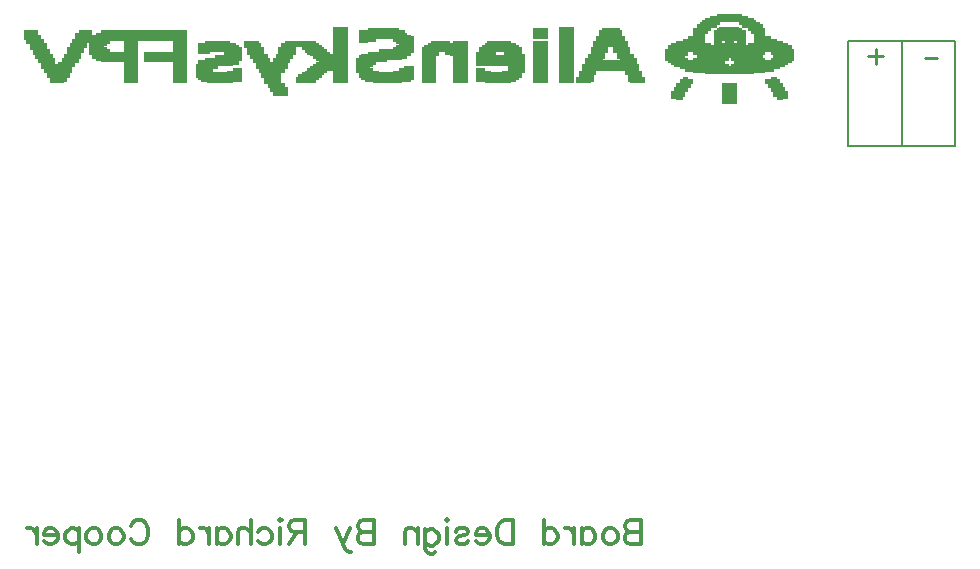
<source format=gbr>
G04 DipTrace 3.2.0.1*
G04 BottomSilk.gbr*
%MOIN*%
G04 #@! TF.FileFunction,Legend,Bot*
G04 #@! TF.Part,Single*
%ADD12C,0.003*%
%ADD23C,0.007874*%
%ADD56C,0.009264*%
%ADD57C,0.012351*%
%ADD59C,0.010807*%
%FSLAX26Y26*%
G04*
G70*
G90*
G75*
G01*
G04 BotSilk*
%LPD*%
X3463945Y2172876D2*
D23*
X3822200D1*
Y1823270D1*
X3463945D1*
Y2172876D1*
X3644900Y2172629D2*
Y1825529D1*
X3026824Y2262900D2*
D12*
X3107824D1*
X3026824Y2259900D2*
X3107824D1*
X3005824Y2256900D2*
X3128824D1*
X3005824Y2253900D2*
X3128824D1*
X2987824Y2250900D2*
X3146824D1*
X2987824Y2247900D2*
X3146824D1*
X2987824Y2244900D2*
X3146824D1*
X2978824Y2241900D2*
X3155824D1*
X2978824Y2238900D2*
X3155824D1*
X2969824Y2235900D2*
X3032824D1*
X3101824D2*
X3167824D1*
X2969824Y2232900D2*
X3032824D1*
X3101824D2*
X3167824D1*
X2960824Y2229900D2*
X3023824D1*
X3110824D2*
X3176824D1*
X2960824Y2226900D2*
X3023824D1*
X3110824D2*
X3176824D1*
X2960824Y2223900D2*
X3023824D1*
X3110824D2*
X3176824D1*
X1748824Y2220900D2*
X1793824D1*
X2501824D2*
X2546824D1*
X2960824D2*
X3002824D1*
X3035824D2*
X3098824D1*
X3131824D2*
X3176824D1*
X1748824Y2217900D2*
X1793824D1*
X2501824D2*
X2546824D1*
X2960824D2*
X3002824D1*
X3035824D2*
X3098824D1*
X3131824D2*
X3176824D1*
X1748824Y2214900D2*
X1793824D1*
X1862824D2*
X1964824D1*
X2414824D2*
X2459824D1*
X2501824D2*
X2546824D1*
X2645824D2*
X2699824D1*
X2948824D2*
X3002824D1*
X3026824D2*
X3107824D1*
X3131824D2*
X3185824D1*
X1748824Y2211900D2*
X1793824D1*
X1862824D2*
X1964824D1*
X2414824D2*
X2459824D1*
X2501824D2*
X2546824D1*
X2645824D2*
X2699824D1*
X2948824D2*
X3002824D1*
X3026824D2*
X3107824D1*
X3131824D2*
X3185824D1*
X716824Y2208900D2*
X761824D1*
X899824D2*
X941824D1*
X974824D2*
X1256824D1*
X1748824D2*
X1793824D1*
X1832824D2*
X1982824D1*
X2414824D2*
X2459824D1*
X2501824D2*
X2546824D1*
X2633824D2*
X2708824D1*
X2948824D2*
X2993824D1*
X3017824D2*
X3119824D1*
X3140824D2*
X3185824D1*
X716824Y2205900D2*
X761824D1*
X899824D2*
X941824D1*
X974824D2*
X1256824D1*
X1748824D2*
X1793824D1*
X1832824D2*
X1982824D1*
X2414824D2*
X2459824D1*
X2501824D2*
X2546824D1*
X2633824D2*
X2708824D1*
X2948824D2*
X2993824D1*
X3017824D2*
X3119824D1*
X3140824D2*
X3185824D1*
X716824Y2202900D2*
X761824D1*
X899824D2*
X941824D1*
X974824D2*
X1256824D1*
X1748824D2*
X1793824D1*
X1832824D2*
X1982824D1*
X2414824D2*
X2459824D1*
X2501824D2*
X2546824D1*
X2633824D2*
X2708824D1*
X2948824D2*
X2993824D1*
X3017824D2*
X3119824D1*
X3140824D2*
X3185824D1*
X716824Y2199900D2*
X761824D1*
X887824D2*
X941824D1*
X956824D2*
X1256824D1*
X1748824D2*
X1793824D1*
X1832824D2*
X1991824D1*
X2414824D2*
X2459824D1*
X2501824D2*
X2546824D1*
X2633824D2*
X2708824D1*
X2948824D2*
X2984824D1*
X3017824D2*
X3119824D1*
X3149824D2*
X3185824D1*
X716824Y2196900D2*
X761824D1*
X887824D2*
X941824D1*
X956824D2*
X1256824D1*
X1748824D2*
X1793824D1*
X1832824D2*
X1991824D1*
X2414824D2*
X2459824D1*
X2501824D2*
X2546824D1*
X2633824D2*
X2708824D1*
X2948824D2*
X2984824D1*
X3017824D2*
X3119824D1*
X3149824D2*
X3185824D1*
X716824Y2193900D2*
X770824D1*
X887824D2*
X1256824D1*
X1748824D2*
X1793824D1*
X1832824D2*
X2003824D1*
X2414824D2*
X2459824D1*
X2501824D2*
X2546824D1*
X2633824D2*
X2708824D1*
X2948824D2*
X2984824D1*
X3017824D2*
X3119824D1*
X3149824D2*
X3185824D1*
X716824Y2190900D2*
X770824D1*
X887824D2*
X1256824D1*
X1748824D2*
X1793824D1*
X1832824D2*
X2003824D1*
X2414824D2*
X2459824D1*
X2501824D2*
X2546824D1*
X2633824D2*
X2708824D1*
X2948824D2*
X2984824D1*
X3017824D2*
X3119824D1*
X3149824D2*
X3185824D1*
X716824Y2187900D2*
X770824D1*
X887824D2*
X1256824D1*
X1748824D2*
X1793824D1*
X1832824D2*
X2012824D1*
X2414824D2*
X2459824D1*
X2501824D2*
X2546824D1*
X2624824D2*
X2717824D1*
X2930824D2*
X2984824D1*
X3017824D2*
X3119824D1*
X3149824D2*
X3203824D1*
X716824Y2184900D2*
X770824D1*
X887824D2*
X1256824D1*
X1748824D2*
X1793824D1*
X1832824D2*
X2012824D1*
X2414824D2*
X2459824D1*
X2501824D2*
X2546824D1*
X2624824D2*
X2717824D1*
X2930824D2*
X2984824D1*
X3017824D2*
X3119824D1*
X3149824D2*
X3203824D1*
X716824Y2181900D2*
X770824D1*
X887824D2*
X1256824D1*
X1748824D2*
X1793824D1*
X1832824D2*
X2012824D1*
X2414824D2*
X2459824D1*
X2501824D2*
X2546824D1*
X2624824D2*
X2717824D1*
X2930824D2*
X2984824D1*
X3017824D2*
X3119824D1*
X3149824D2*
X3203824D1*
X725824Y2178900D2*
X779824D1*
X878824D2*
X1256824D1*
X1748824D2*
X1793824D1*
X1832824D2*
X1886824D1*
X1946824D2*
X2012824D1*
X2501824D2*
X2546824D1*
X2624824D2*
X2717824D1*
X2912824D2*
X2984824D1*
X3017824D2*
X3119824D1*
X3149824D2*
X3224824D1*
X725824Y2175900D2*
X779824D1*
X878824D2*
X1256824D1*
X1748824D2*
X1793824D1*
X1832824D2*
X1886824D1*
X1946824D2*
X2012824D1*
X2501824D2*
X2546824D1*
X2624824D2*
X2717824D1*
X2912824D2*
X2984824D1*
X3017824D2*
X3119824D1*
X3149824D2*
X3224824D1*
X725824Y2172900D2*
X779824D1*
X878824D2*
X1001824D1*
X1049824D2*
X1094824D1*
X1214824D2*
X1256824D1*
X1319824D2*
X1400824D1*
X1451824D2*
X1496824D1*
X1586824D2*
X1688824D1*
X1748824D2*
X1793824D1*
X1832824D2*
X1859824D1*
X1958824D2*
X2012824D1*
X2072824D2*
X2135824D1*
X2147824D2*
X2192824D1*
X2261824D2*
X2336824D1*
X2414824D2*
X2459824D1*
X2501824D2*
X2546824D1*
X2615824D2*
X2726824D1*
X2891824D2*
X2984824D1*
X3017824D2*
X3041824D1*
X3053824D2*
X3080824D1*
X3092824D2*
X3119824D1*
X3149824D2*
X3242824D1*
X725824Y2169900D2*
X779824D1*
X878824D2*
X1001824D1*
X1049824D2*
X1094824D1*
X1214824D2*
X1256824D1*
X1319824D2*
X1400824D1*
X1451824D2*
X1496824D1*
X1586824D2*
X1688824D1*
X1748824D2*
X1793824D1*
X1832824D2*
X1859824D1*
X1958824D2*
X2012824D1*
X2072824D2*
X2135824D1*
X2147824D2*
X2192824D1*
X2261824D2*
X2336824D1*
X2414824D2*
X2459824D1*
X2501824D2*
X2546824D1*
X2615824D2*
X2726824D1*
X2891824D2*
X2984824D1*
X3017824D2*
X3041824D1*
X3053824D2*
X3080824D1*
X3092824D2*
X3119824D1*
X3149824D2*
X3242824D1*
X737824Y2166900D2*
X791824D1*
X869824D2*
X923824D1*
X935824D2*
X989824D1*
X1049824D2*
X1094824D1*
X1214824D2*
X1256824D1*
X1298824D2*
X1421824D1*
X1451824D2*
X1505824D1*
X1574824D2*
X1697824D1*
X1748824D2*
X1793824D1*
X1967824D2*
X2012824D1*
X2063824D2*
X2192824D1*
X2252824D2*
X2354824D1*
X2414824D2*
X2459824D1*
X2501824D2*
X2546824D1*
X2615824D2*
X2726824D1*
X2873824D2*
X3002824D1*
X3017824D2*
X3119824D1*
X3131824D2*
X3260824D1*
X737824Y2163900D2*
X791824D1*
X869824D2*
X923824D1*
X935824D2*
X989824D1*
X1049824D2*
X1094824D1*
X1214824D2*
X1256824D1*
X1298824D2*
X1421824D1*
X1451824D2*
X1505824D1*
X1574824D2*
X1697824D1*
X1748824D2*
X1793824D1*
X1967824D2*
X2012824D1*
X2063824D2*
X2192824D1*
X2252824D2*
X2354824D1*
X2414824D2*
X2459824D1*
X2501824D2*
X2546824D1*
X2615824D2*
X2726824D1*
X2873824D2*
X3002824D1*
X3017824D2*
X3119824D1*
X3131824D2*
X3260824D1*
X737824Y2160900D2*
X791824D1*
X869824D2*
X923824D1*
X935824D2*
X989824D1*
X1049824D2*
X1094824D1*
X1214824D2*
X1256824D1*
X1298824D2*
X1421824D1*
X1451824D2*
X1505824D1*
X1574824D2*
X1697824D1*
X1748824D2*
X1793824D1*
X1967824D2*
X2012824D1*
X2063824D2*
X2192824D1*
X2252824D2*
X2354824D1*
X2414824D2*
X2459824D1*
X2501824D2*
X2546824D1*
X2615824D2*
X2726824D1*
X2873824D2*
X3002824D1*
X3017824D2*
X3119824D1*
X3131824D2*
X3260824D1*
X737824Y2157900D2*
X791824D1*
X869824D2*
X923824D1*
X935824D2*
X980824D1*
X1049824D2*
X1094824D1*
X1214824D2*
X1256824D1*
X1298824D2*
X1430824D1*
X1451824D2*
X1505824D1*
X1574824D2*
X1706824D1*
X1748824D2*
X1793824D1*
X1958824D2*
X2012824D1*
X2051824D2*
X2192824D1*
X2243824D2*
X2363824D1*
X2414824D2*
X2459824D1*
X2501824D2*
X2546824D1*
X2615824D2*
X2726824D1*
X2864824D2*
X3272824D1*
X737824Y2154900D2*
X791824D1*
X869824D2*
X923824D1*
X935824D2*
X980824D1*
X1049824D2*
X1094824D1*
X1214824D2*
X1256824D1*
X1298824D2*
X1430824D1*
X1451824D2*
X1505824D1*
X1574824D2*
X1706824D1*
X1748824D2*
X1793824D1*
X1958824D2*
X2012824D1*
X2051824D2*
X2192824D1*
X2243824D2*
X2363824D1*
X2414824D2*
X2459824D1*
X2501824D2*
X2546824D1*
X2615824D2*
X2726824D1*
X2864824D2*
X3272824D1*
X737824Y2151900D2*
X791824D1*
X860824D2*
X914824D1*
X935824D2*
X989824D1*
X1049824D2*
X1094824D1*
X1214824D2*
X1256824D1*
X1298824D2*
X1439824D1*
X1460824D2*
X1514824D1*
X1565824D2*
X1619824D1*
X1643824D2*
X1715824D1*
X1748824D2*
X1793824D1*
X1946824D2*
X2012824D1*
X2042824D2*
X2192824D1*
X2234824D2*
X2375824D1*
X2414824D2*
X2459824D1*
X2501824D2*
X2546824D1*
X2606824D2*
X2660824D1*
X2681824D2*
X2735824D1*
X2864824D2*
X3272824D1*
X737824Y2148900D2*
X791824D1*
X860824D2*
X914824D1*
X935824D2*
X989824D1*
X1049824D2*
X1094824D1*
X1214824D2*
X1256824D1*
X1298824D2*
X1439824D1*
X1460824D2*
X1514824D1*
X1565824D2*
X1619824D1*
X1643824D2*
X1715824D1*
X1748824D2*
X1793824D1*
X1946824D2*
X2012824D1*
X2042824D2*
X2192824D1*
X2234824D2*
X2375824D1*
X2414824D2*
X2459824D1*
X2501824D2*
X2546824D1*
X2606824D2*
X2660824D1*
X2681824D2*
X2735824D1*
X2864824D2*
X3272824D1*
X746824Y2145900D2*
X800824D1*
X860824D2*
X914824D1*
X935824D2*
X1001824D1*
X1049824D2*
X1094824D1*
X1214824D2*
X1256824D1*
X1298824D2*
X1439824D1*
X1460824D2*
X1514824D1*
X1565824D2*
X1619824D1*
X1652824D2*
X1724824D1*
X1748824D2*
X1793824D1*
X1901824D2*
X2012824D1*
X2042824D2*
X2192824D1*
X2234824D2*
X2375824D1*
X2414824D2*
X2459824D1*
X2501824D2*
X2546824D1*
X2606824D2*
X2660824D1*
X2681824D2*
X2735824D1*
X2855824D2*
X3281824D1*
X746824Y2142900D2*
X800824D1*
X860824D2*
X914824D1*
X935824D2*
X1001824D1*
X1049824D2*
X1094824D1*
X1214824D2*
X1256824D1*
X1298824D2*
X1439824D1*
X1460824D2*
X1514824D1*
X1565824D2*
X1619824D1*
X1652824D2*
X1724824D1*
X1748824D2*
X1793824D1*
X1901824D2*
X2012824D1*
X2042824D2*
X2192824D1*
X2234824D2*
X2375824D1*
X2414824D2*
X2459824D1*
X2501824D2*
X2546824D1*
X2606824D2*
X2660824D1*
X2681824D2*
X2735824D1*
X2855824D2*
X3281824D1*
X746824Y2139900D2*
X800824D1*
X860824D2*
X914824D1*
X935824D2*
X1001824D1*
X1049824D2*
X1094824D1*
X1214824D2*
X1256824D1*
X1298824D2*
X1439824D1*
X1460824D2*
X1514824D1*
X1565824D2*
X1619824D1*
X1652824D2*
X1724824D1*
X1748824D2*
X1793824D1*
X1901824D2*
X2012824D1*
X2042824D2*
X2192824D1*
X2234824D2*
X2375824D1*
X2414824D2*
X2459824D1*
X2501824D2*
X2546824D1*
X2606824D2*
X2660824D1*
X2681824D2*
X2735824D1*
X2855824D2*
X3281824D1*
X746824Y2136900D2*
X800824D1*
X860824D2*
X905824D1*
X935824D2*
X1094824D1*
X1118824D2*
X1256824D1*
X1298824D2*
X1334824D1*
X1385824D2*
X1439824D1*
X1460824D2*
X1514824D1*
X1565824D2*
X1619824D1*
X1661824D2*
X1733824D1*
X1748824D2*
X1793824D1*
X1862824D2*
X2003824D1*
X2042824D2*
X2096824D1*
X2120824D2*
X2192824D1*
X2225824D2*
X2288824D1*
X2318824D2*
X2375824D1*
X2414824D2*
X2459824D1*
X2501824D2*
X2546824D1*
X2606824D2*
X2651824D1*
X2693824D2*
X2735824D1*
X2855824D2*
X2927824D1*
X2948824D2*
X3185824D1*
X3206824D2*
X3281824D1*
X746824Y2133900D2*
X800824D1*
X860824D2*
X905824D1*
X935824D2*
X1094824D1*
X1118824D2*
X1256824D1*
X1298824D2*
X1334824D1*
X1385824D2*
X1439824D1*
X1460824D2*
X1514824D1*
X1565824D2*
X1619824D1*
X1661824D2*
X1733824D1*
X1748824D2*
X1793824D1*
X1862824D2*
X2003824D1*
X2042824D2*
X2096824D1*
X2120824D2*
X2192824D1*
X2225824D2*
X2288824D1*
X2318824D2*
X2375824D1*
X2414824D2*
X2459824D1*
X2501824D2*
X2546824D1*
X2606824D2*
X2651824D1*
X2693824D2*
X2735824D1*
X2855824D2*
X2927824D1*
X2948824D2*
X3185824D1*
X3206824D2*
X3281824D1*
X755824Y2130900D2*
X809824D1*
X851824D2*
X905824D1*
X944824D2*
X1094824D1*
X1118824D2*
X1256824D1*
X1385824D2*
X1439824D1*
X1469824D2*
X1526824D1*
X1556824D2*
X1610824D1*
X1670824D2*
X1793824D1*
X1841824D2*
X2003824D1*
X2042824D2*
X2096824D1*
X2138824D2*
X2192824D1*
X2225824D2*
X2279824D1*
X2330824D2*
X2384824D1*
X2414824D2*
X2459824D1*
X2501824D2*
X2546824D1*
X2597824D2*
X2651824D1*
X2693824D2*
X2747824D1*
X2855824D2*
X2927824D1*
X2960824D2*
X3176824D1*
X3215824D2*
X3281824D1*
X755824Y2127900D2*
X809824D1*
X851824D2*
X905824D1*
X944824D2*
X1094824D1*
X1118824D2*
X1256824D1*
X1385824D2*
X1439824D1*
X1469824D2*
X1526824D1*
X1556824D2*
X1610824D1*
X1670824D2*
X1793824D1*
X1841824D2*
X2003824D1*
X2042824D2*
X2096824D1*
X2138824D2*
X2192824D1*
X2225824D2*
X2279824D1*
X2330824D2*
X2384824D1*
X2414824D2*
X2459824D1*
X2501824D2*
X2546824D1*
X2597824D2*
X2651824D1*
X2693824D2*
X2747824D1*
X2855824D2*
X2927824D1*
X2960824D2*
X3176824D1*
X3215824D2*
X3281824D1*
X755824Y2124900D2*
X809824D1*
X851824D2*
X905824D1*
X944824D2*
X1094824D1*
X1118824D2*
X1256824D1*
X1355824D2*
X1439824D1*
X1469824D2*
X1526824D1*
X1556824D2*
X1610824D1*
X1679824D2*
X1793824D1*
X1832824D2*
X1991824D1*
X2042824D2*
X2087824D1*
X2147824D2*
X2192824D1*
X2225824D2*
X2384824D1*
X2414824D2*
X2459824D1*
X2501824D2*
X2546824D1*
X2597824D2*
X2651824D1*
X2693824D2*
X2747824D1*
X2855824D2*
X2918824D1*
X2960824D2*
X3176824D1*
X3215824D2*
X3281824D1*
X755824Y2121900D2*
X809824D1*
X851824D2*
X905824D1*
X944824D2*
X1094824D1*
X1118824D2*
X1256824D1*
X1355824D2*
X1439824D1*
X1469824D2*
X1526824D1*
X1556824D2*
X1610824D1*
X1679824D2*
X1793824D1*
X1832824D2*
X1991824D1*
X2042824D2*
X2087824D1*
X2147824D2*
X2192824D1*
X2225824D2*
X2384824D1*
X2414824D2*
X2459824D1*
X2501824D2*
X2546824D1*
X2597824D2*
X2651824D1*
X2693824D2*
X2747824D1*
X2855824D2*
X2918824D1*
X2960824D2*
X3176824D1*
X3215824D2*
X3281824D1*
X755824Y2118900D2*
X809824D1*
X851824D2*
X905824D1*
X944824D2*
X1094824D1*
X1118824D2*
X1256824D1*
X1355824D2*
X1439824D1*
X1469824D2*
X1526824D1*
X1556824D2*
X1610824D1*
X1679824D2*
X1793824D1*
X1832824D2*
X1991824D1*
X2042824D2*
X2087824D1*
X2147824D2*
X2192824D1*
X2225824D2*
X2384824D1*
X2414824D2*
X2459824D1*
X2501824D2*
X2546824D1*
X2597824D2*
X2651824D1*
X2693824D2*
X2747824D1*
X2855824D2*
X2918824D1*
X2960824D2*
X3176824D1*
X3215824D2*
X3281824D1*
X764824Y2115900D2*
X818824D1*
X842824D2*
X896824D1*
X956824D2*
X1094824D1*
X1118824D2*
X1256824D1*
X1319824D2*
X1439824D1*
X1481824D2*
X1535824D1*
X1547824D2*
X1601824D1*
X1691824D2*
X1793824D1*
X1823824D2*
X1973824D1*
X2042824D2*
X2087824D1*
X2147824D2*
X2192824D1*
X2225824D2*
X2384824D1*
X2414824D2*
X2459824D1*
X2501824D2*
X2546824D1*
X2588824D2*
X2642824D1*
X2702824D2*
X2756824D1*
X2855824D2*
X2927824D1*
X2948824D2*
X3062824D1*
X3074824D2*
X3185824D1*
X3206824D2*
X3281824D1*
X764824Y2112900D2*
X818824D1*
X842824D2*
X896824D1*
X956824D2*
X1094824D1*
X1118824D2*
X1256824D1*
X1319824D2*
X1439824D1*
X1481824D2*
X1535824D1*
X1547824D2*
X1601824D1*
X1691824D2*
X1793824D1*
X1823824D2*
X1973824D1*
X2042824D2*
X2087824D1*
X2147824D2*
X2192824D1*
X2225824D2*
X2384824D1*
X2414824D2*
X2459824D1*
X2501824D2*
X2546824D1*
X2588824D2*
X2642824D1*
X2702824D2*
X2756824D1*
X2855824D2*
X2927824D1*
X2948824D2*
X3062824D1*
X3074824D2*
X3185824D1*
X3206824D2*
X3281824D1*
X764824Y2109900D2*
X818824D1*
X842824D2*
X896824D1*
X974824D2*
X1094824D1*
X1118824D2*
X1256824D1*
X1298824D2*
X1430824D1*
X1481824D2*
X1535824D1*
X1547824D2*
X1601824D1*
X1700824D2*
X1793824D1*
X1823824D2*
X1925824D1*
X2042824D2*
X2087824D1*
X2147824D2*
X2192824D1*
X2225824D2*
X2384824D1*
X2414824D2*
X2459824D1*
X2501824D2*
X2546824D1*
X2588824D2*
X2756824D1*
X2864824D2*
X3050824D1*
X3083824D2*
X3272824D1*
X764824Y2106900D2*
X818824D1*
X842824D2*
X896824D1*
X974824D2*
X1094824D1*
X1118824D2*
X1256824D1*
X1298824D2*
X1430824D1*
X1481824D2*
X1535824D1*
X1547824D2*
X1601824D1*
X1700824D2*
X1793824D1*
X1823824D2*
X1925824D1*
X2042824D2*
X2087824D1*
X2147824D2*
X2192824D1*
X2225824D2*
X2384824D1*
X2414824D2*
X2459824D1*
X2501824D2*
X2546824D1*
X2588824D2*
X2756824D1*
X2864824D2*
X3050824D1*
X3083824D2*
X3272824D1*
X773824Y2103900D2*
X818824D1*
X830824D2*
X884824D1*
X1049824D2*
X1094824D1*
X1214824D2*
X1256824D1*
X1298824D2*
X1430824D1*
X1490824D2*
X1592824D1*
X1691824D2*
X1793824D1*
X1823824D2*
X1886824D1*
X2042824D2*
X2087824D1*
X2147824D2*
X2192824D1*
X2225824D2*
X2384824D1*
X2414824D2*
X2459824D1*
X2501824D2*
X2546824D1*
X2588824D2*
X2756824D1*
X2873824D2*
X3050824D1*
X3083824D2*
X3260824D1*
X773824Y2100900D2*
X818824D1*
X830824D2*
X884824D1*
X1049824D2*
X1094824D1*
X1214824D2*
X1256824D1*
X1298824D2*
X1430824D1*
X1490824D2*
X1592824D1*
X1691824D2*
X1793824D1*
X1823824D2*
X1886824D1*
X2042824D2*
X2087824D1*
X2147824D2*
X2192824D1*
X2225824D2*
X2384824D1*
X2414824D2*
X2459824D1*
X2501824D2*
X2546824D1*
X2588824D2*
X2756824D1*
X2873824D2*
X3050824D1*
X3083824D2*
X3260824D1*
X773824Y2097900D2*
X818824D1*
X830824D2*
X884824D1*
X1049824D2*
X1094824D1*
X1214824D2*
X1256824D1*
X1298824D2*
X1430824D1*
X1490824D2*
X1592824D1*
X1691824D2*
X1793824D1*
X1823824D2*
X1886824D1*
X2042824D2*
X2087824D1*
X2147824D2*
X2192824D1*
X2225824D2*
X2384824D1*
X2414824D2*
X2459824D1*
X2501824D2*
X2546824D1*
X2588824D2*
X2756824D1*
X2873824D2*
X3050824D1*
X3083824D2*
X3260824D1*
X773824Y2094900D2*
X884824D1*
X1049824D2*
X1094824D1*
X1214824D2*
X1256824D1*
X1289824D2*
X1409824D1*
X1490824D2*
X1592824D1*
X1679824D2*
X1793824D1*
X1823824D2*
X1877824D1*
X2042824D2*
X2087824D1*
X2147824D2*
X2192824D1*
X2225824D2*
X2384824D1*
X2414824D2*
X2459824D1*
X2501824D2*
X2546824D1*
X2576824D2*
X2765824D1*
X2882824D2*
X3062824D1*
X3074824D2*
X3251824D1*
X773824Y2091900D2*
X884824D1*
X1049824D2*
X1094824D1*
X1214824D2*
X1256824D1*
X1289824D2*
X1409824D1*
X1490824D2*
X1592824D1*
X1679824D2*
X1793824D1*
X1823824D2*
X1877824D1*
X2042824D2*
X2087824D1*
X2147824D2*
X2192824D1*
X2225824D2*
X2384824D1*
X2414824D2*
X2459824D1*
X2501824D2*
X2546824D1*
X2576824D2*
X2765824D1*
X2882824D2*
X3062824D1*
X3074824D2*
X3251824D1*
X773824Y2088900D2*
X875824D1*
X1049824D2*
X1094824D1*
X1214824D2*
X1256824D1*
X1289824D2*
X1361824D1*
X1490824D2*
X1592824D1*
X1670824D2*
X1793824D1*
X1823824D2*
X1868824D1*
X1985824D2*
X2012824D1*
X2042824D2*
X2087824D1*
X2147824D2*
X2192824D1*
X2330824D2*
X2384824D1*
X2414824D2*
X2459824D1*
X2501824D2*
X2546824D1*
X2576824D2*
X2765824D1*
X2903824D2*
X3233824D1*
X773824Y2085900D2*
X875824D1*
X1049824D2*
X1094824D1*
X1214824D2*
X1256824D1*
X1289824D2*
X1361824D1*
X1490824D2*
X1592824D1*
X1670824D2*
X1793824D1*
X1823824D2*
X1868824D1*
X1985824D2*
X2012824D1*
X2042824D2*
X2087824D1*
X2147824D2*
X2192824D1*
X2330824D2*
X2384824D1*
X2414824D2*
X2459824D1*
X2501824D2*
X2546824D1*
X2576824D2*
X2765824D1*
X2903824D2*
X3233824D1*
X782824Y2082900D2*
X875824D1*
X1049824D2*
X1094824D1*
X1214824D2*
X1256824D1*
X1289824D2*
X1343824D1*
X1412824D2*
X1439824D1*
X1499824D2*
X1583824D1*
X1661824D2*
X1793824D1*
X1823824D2*
X1877824D1*
X1967824D2*
X2012824D1*
X2042824D2*
X2087824D1*
X2147824D2*
X2192824D1*
X2225824D2*
X2249824D1*
X2330824D2*
X2384824D1*
X2414824D2*
X2459824D1*
X2501824D2*
X2546824D1*
X2576824D2*
X2765824D1*
X2921824D2*
X3212824D1*
X782824Y2079900D2*
X875824D1*
X1049824D2*
X1094824D1*
X1214824D2*
X1256824D1*
X1289824D2*
X1343824D1*
X1412824D2*
X1439824D1*
X1499824D2*
X1583824D1*
X1661824D2*
X1793824D1*
X1823824D2*
X1877824D1*
X1967824D2*
X2012824D1*
X2042824D2*
X2087824D1*
X2147824D2*
X2192824D1*
X2225824D2*
X2249824D1*
X2330824D2*
X2384824D1*
X2414824D2*
X2459824D1*
X2501824D2*
X2546824D1*
X2576824D2*
X2765824D1*
X2921824D2*
X3212824D1*
X782824Y2076900D2*
X875824D1*
X1049824D2*
X1094824D1*
X1214824D2*
X1256824D1*
X1289824D2*
X1343824D1*
X1412824D2*
X1439824D1*
X1499824D2*
X1583824D1*
X1661824D2*
X1793824D1*
X1823824D2*
X1877824D1*
X1967824D2*
X2012824D1*
X2042824D2*
X2087824D1*
X2147824D2*
X2192824D1*
X2225824D2*
X2249824D1*
X2330824D2*
X2384824D1*
X2414824D2*
X2459824D1*
X2501824D2*
X2546824D1*
X2576824D2*
X2765824D1*
X2921824D2*
X3212824D1*
X782824Y2073900D2*
X875824D1*
X1049824D2*
X1094824D1*
X1214824D2*
X1256824D1*
X1289824D2*
X1343824D1*
X1394824D2*
X1439824D1*
X1499824D2*
X1583824D1*
X1652824D2*
X1724824D1*
X1748824D2*
X1793824D1*
X1823824D2*
X1898824D1*
X1946824D2*
X2012824D1*
X2042824D2*
X2087824D1*
X2147824D2*
X2192824D1*
X2225824D2*
X2270824D1*
X2309824D2*
X2384824D1*
X2414824D2*
X2459824D1*
X2501824D2*
X2546824D1*
X2567824D2*
X2621824D1*
X2720824D2*
X2774824D1*
X2948824D2*
X3185824D1*
X782824Y2070900D2*
X875824D1*
X1049824D2*
X1094824D1*
X1214824D2*
X1256824D1*
X1289824D2*
X1343824D1*
X1394824D2*
X1439824D1*
X1499824D2*
X1583824D1*
X1652824D2*
X1724824D1*
X1748824D2*
X1793824D1*
X1823824D2*
X1898824D1*
X1946824D2*
X2012824D1*
X2042824D2*
X2087824D1*
X2147824D2*
X2192824D1*
X2225824D2*
X2270824D1*
X2309824D2*
X2384824D1*
X2414824D2*
X2459824D1*
X2501824D2*
X2546824D1*
X2567824D2*
X2621824D1*
X2720824D2*
X2774824D1*
X2948824D2*
X3185824D1*
X794824Y2067900D2*
X866824D1*
X1049824D2*
X1094824D1*
X1214824D2*
X1256824D1*
X1289824D2*
X1439824D1*
X1508824D2*
X1571824D1*
X1643824D2*
X1715824D1*
X1748824D2*
X1793824D1*
X1832824D2*
X2012824D1*
X2042824D2*
X2087824D1*
X2147824D2*
X2192824D1*
X2225824D2*
X2375824D1*
X2414824D2*
X2459824D1*
X2501824D2*
X2546824D1*
X2567824D2*
X2621824D1*
X2720824D2*
X2774824D1*
X2987824D2*
X3146824D1*
X794824Y2064900D2*
X866824D1*
X1049824D2*
X1094824D1*
X1214824D2*
X1256824D1*
X1289824D2*
X1439824D1*
X1508824D2*
X1571824D1*
X1643824D2*
X1715824D1*
X1748824D2*
X1793824D1*
X1832824D2*
X2012824D1*
X2042824D2*
X2087824D1*
X2147824D2*
X2192824D1*
X2225824D2*
X2375824D1*
X2414824D2*
X2459824D1*
X2501824D2*
X2546824D1*
X2567824D2*
X2621824D1*
X2720824D2*
X2774824D1*
X2987824D2*
X3146824D1*
X794824Y2061900D2*
X866824D1*
X1049824D2*
X1094824D1*
X1214824D2*
X1256824D1*
X1289824D2*
X1439824D1*
X1508824D2*
X1571824D1*
X1631824D2*
X1706824D1*
X1748824D2*
X1793824D1*
X1832824D2*
X2012824D1*
X2042824D2*
X2087824D1*
X2147824D2*
X2192824D1*
X2225824D2*
X2375824D1*
X2414824D2*
X2459824D1*
X2501824D2*
X2546824D1*
X2567824D2*
X2612824D1*
X2729824D2*
X2774824D1*
X794824Y2058900D2*
X866824D1*
X1049824D2*
X1094824D1*
X1214824D2*
X1256824D1*
X1289824D2*
X1439824D1*
X1508824D2*
X1571824D1*
X1631824D2*
X1706824D1*
X1748824D2*
X1793824D1*
X1832824D2*
X2012824D1*
X2042824D2*
X2087824D1*
X2147824D2*
X2192824D1*
X2225824D2*
X2375824D1*
X2414824D2*
X2459824D1*
X2501824D2*
X2546824D1*
X2567824D2*
X2612824D1*
X2729824D2*
X2774824D1*
X794824Y2055900D2*
X866824D1*
X1049824D2*
X1094824D1*
X1214824D2*
X1256824D1*
X1289824D2*
X1439824D1*
X1508824D2*
X1571824D1*
X1631824D2*
X1706824D1*
X1748824D2*
X1793824D1*
X1832824D2*
X2012824D1*
X2042824D2*
X2087824D1*
X2147824D2*
X2192824D1*
X2225824D2*
X2375824D1*
X2414824D2*
X2459824D1*
X2501824D2*
X2546824D1*
X2567824D2*
X2612824D1*
X2729824D2*
X2774824D1*
X803824Y2052900D2*
X857824D1*
X1049824D2*
X1094824D1*
X1214824D2*
X1256824D1*
X1298824D2*
X1439824D1*
X1517824D2*
X1571824D1*
X1622824D2*
X1697824D1*
X1748824D2*
X1793824D1*
X1841824D2*
X2012824D1*
X2042824D2*
X2087824D1*
X2147824D2*
X2192824D1*
X2225824D2*
X2363824D1*
X2414824D2*
X2459824D1*
X2501824D2*
X2546824D1*
X2558824D2*
X2612824D1*
X2729824D2*
X2783824D1*
X2912824D2*
X2927824D1*
X3206824D2*
X3224824D1*
X803824Y2049900D2*
X857824D1*
X1049824D2*
X1094824D1*
X1214824D2*
X1256824D1*
X1298824D2*
X1439824D1*
X1517824D2*
X1571824D1*
X1622824D2*
X1697824D1*
X1748824D2*
X1793824D1*
X1841824D2*
X2012824D1*
X2042824D2*
X2087824D1*
X2147824D2*
X2192824D1*
X2225824D2*
X2363824D1*
X2414824D2*
X2459824D1*
X2501824D2*
X2546824D1*
X2558824D2*
X2612824D1*
X2729824D2*
X2783824D1*
X2912824D2*
X2927824D1*
X3206824D2*
X3224824D1*
X803824Y2046900D2*
X857824D1*
X1049824D2*
X1094824D1*
X1214824D2*
X1256824D1*
X1307824D2*
X1439824D1*
X1517824D2*
X1571824D1*
X1622824D2*
X1688824D1*
X1748824D2*
X1793824D1*
X1853824D2*
X2003824D1*
X2042824D2*
X2087824D1*
X2147824D2*
X2192824D1*
X2225824D2*
X2354824D1*
X2414824D2*
X2459824D1*
X2501824D2*
X2546824D1*
X2558824D2*
X2612824D1*
X2729824D2*
X2783824D1*
X2903824D2*
X2945824D1*
X3188824D2*
X3233824D1*
X803824Y2043900D2*
X857824D1*
X1049824D2*
X1094824D1*
X1214824D2*
X1256824D1*
X1307824D2*
X1439824D1*
X1517824D2*
X1571824D1*
X1622824D2*
X1688824D1*
X1748824D2*
X1793824D1*
X1853824D2*
X2003824D1*
X2042824D2*
X2087824D1*
X2147824D2*
X2192824D1*
X2225824D2*
X2354824D1*
X2414824D2*
X2459824D1*
X2501824D2*
X2546824D1*
X2558824D2*
X2612824D1*
X2729824D2*
X2783824D1*
X2903824D2*
X2945824D1*
X3188824D2*
X3233824D1*
X803824Y2040900D2*
X848824D1*
X1049824D2*
X1094824D1*
X1214824D2*
X1256824D1*
X1328824D2*
X1409824D1*
X1517824D2*
X1571824D1*
X1622824D2*
X1688824D1*
X1748824D2*
X1793824D1*
X1880824D2*
X1973824D1*
X2042824D2*
X2087824D1*
X2147824D2*
X2192824D1*
X2252824D2*
X2336824D1*
X2414824D2*
X2459824D1*
X2501824D2*
X2546824D1*
X2558824D2*
X2603824D1*
X2738824D2*
X2783824D1*
X2903824D2*
X2945824D1*
X3188824D2*
X3233824D1*
X803824Y2037900D2*
X848824D1*
X1049824D2*
X1094824D1*
X1214824D2*
X1256824D1*
X1328824D2*
X1409824D1*
X1517824D2*
X1571824D1*
X1622824D2*
X1688824D1*
X1748824D2*
X1793824D1*
X1880824D2*
X1973824D1*
X2042824D2*
X2087824D1*
X2147824D2*
X2192824D1*
X2252824D2*
X2336824D1*
X2414824D2*
X2459824D1*
X2501824D2*
X2546824D1*
X2558824D2*
X2603824D1*
X2738824D2*
X2783824D1*
X2903824D2*
X2945824D1*
X3188824D2*
X3233824D1*
X803824Y2034900D2*
X848824D1*
X1049824D2*
X1094824D1*
X1214824D2*
X1256824D1*
X1328824D2*
X1409824D1*
X1517824D2*
X1571824D1*
X1622824D2*
X1688824D1*
X1748824D2*
X1793824D1*
X1880824D2*
X1973824D1*
X2042824D2*
X2087824D1*
X2147824D2*
X2192824D1*
X2252824D2*
X2336824D1*
X2414824D2*
X2459824D1*
X2501824D2*
X2546824D1*
X2558824D2*
X2603824D1*
X2738824D2*
X2783824D1*
X2903824D2*
X2945824D1*
X3188824D2*
X3233824D1*
X1529824Y2031900D2*
X1583824D1*
X2891824D2*
X2936824D1*
X3044824D2*
X3089824D1*
X3197824D2*
X3242824D1*
X1529824Y2028900D2*
X1583824D1*
X2891824D2*
X2936824D1*
X3044824D2*
X3089824D1*
X3197824D2*
X3242824D1*
X1529824Y2025900D2*
X1583824D1*
X2891824D2*
X2936824D1*
X3044824D2*
X3089824D1*
X3197824D2*
X3242824D1*
X1529824Y2022900D2*
X1583824D1*
X2891824D2*
X2936824D1*
X3044824D2*
X3089824D1*
X3197824D2*
X3242824D1*
X1538824Y2019900D2*
X1592824D1*
X2882824D2*
X2927824D1*
X3044824D2*
X3089824D1*
X3206824D2*
X3251824D1*
X1538824Y2016900D2*
X1592824D1*
X2882824D2*
X2927824D1*
X3044824D2*
X3089824D1*
X3206824D2*
X3251824D1*
X1538824Y2013900D2*
X1592824D1*
X2882824D2*
X2927824D1*
X3044824D2*
X3089824D1*
X3206824D2*
X3251824D1*
X1538824Y2010900D2*
X1592824D1*
X2882824D2*
X2927824D1*
X3044824D2*
X3089824D1*
X3206824D2*
X3251824D1*
X1538824Y2007900D2*
X1592824D1*
X2882824D2*
X2927824D1*
X3044824D2*
X3089824D1*
X3206824D2*
X3251824D1*
X1547824Y2004900D2*
X1592824D1*
X2873824D2*
X2918824D1*
X3044824D2*
X3089824D1*
X3215824D2*
X3260824D1*
X1547824Y2001900D2*
X1592824D1*
X2873824D2*
X2918824D1*
X3044824D2*
X3089824D1*
X3215824D2*
X3260824D1*
X1547824Y1998900D2*
X1592824D1*
X2873824D2*
X2918824D1*
X3044824D2*
X3089824D1*
X3215824D2*
X3260824D1*
X1547824Y1995900D2*
X1592824D1*
X2873824D2*
X2918824D1*
X3044824D2*
X3089824D1*
X3215824D2*
X3260824D1*
X1547824Y1992900D2*
X1592824D1*
X2873824D2*
X2918824D1*
X3044824D2*
X3089824D1*
X3215824D2*
X3260824D1*
X2873824Y1989900D2*
X2909824D1*
X3044824D2*
X3089824D1*
X3227824D2*
X3260824D1*
X2873824Y1986900D2*
X2909824D1*
X3044824D2*
X3089824D1*
X3227824D2*
X3260824D1*
X2891824Y1983900D2*
X2909824D1*
X3044824D2*
X3089824D1*
X3227824D2*
X3242824D1*
X2891824Y1980900D2*
X2909824D1*
X3044824D2*
X3089824D1*
X3227824D2*
X3242824D1*
X3044824Y1977900D2*
X3089824D1*
X3044824Y1974900D2*
X3089824D1*
X3044824Y1971900D2*
X3089824D1*
X3044824Y1968900D2*
X3089824D1*
X3044824Y1965900D2*
X3089824D1*
X3026824Y2262900D2*
Y2259900D1*
Y2256900D1*
X3005824D1*
Y2253900D1*
Y2250900D1*
X2987824D1*
Y2247900D1*
Y2244900D1*
Y2241900D1*
X2978824D1*
Y2238900D1*
Y2235900D1*
X2969824D1*
Y2232900D1*
Y2229900D1*
X2960824D1*
Y2226900D1*
Y2223900D1*
Y2220900D1*
Y2217900D1*
Y2214900D1*
X2948824D1*
Y2211900D1*
Y2208900D1*
Y2205900D1*
Y2202900D1*
Y2199900D1*
Y2196900D1*
Y2193900D1*
Y2190900D1*
Y2187900D1*
X2930824D1*
Y2184900D1*
Y2181900D1*
Y2178900D1*
X2912824D1*
Y2175900D1*
Y2172900D1*
X2891824D1*
Y2169900D1*
Y2166900D1*
X2873824D1*
Y2163900D1*
Y2160900D1*
Y2157900D1*
X2864824D1*
Y2154900D1*
Y2151900D1*
Y2148900D1*
Y2145900D1*
X2855824D1*
Y2142900D1*
Y2139900D1*
Y2136900D1*
Y2133900D1*
Y2130900D1*
Y2127900D1*
Y2124900D1*
Y2121900D1*
Y2118900D1*
Y2115900D1*
Y2112900D1*
Y2109900D1*
X2864824D1*
Y2106900D1*
Y2103900D1*
X2873824D1*
Y2100900D1*
Y2097900D1*
Y2094900D1*
X2882824D1*
Y2091900D1*
Y2088900D1*
X2903824D1*
Y2085900D1*
Y2082900D1*
X2921824D1*
Y2079900D1*
Y2076900D1*
Y2073900D1*
X2948824D1*
Y2070900D1*
X3107824Y2262900D2*
Y2259900D1*
Y2256900D1*
X3128824D1*
Y2253900D1*
Y2250900D1*
X3146824D1*
Y2247900D1*
Y2244900D1*
Y2241900D1*
X3155824D1*
Y2238900D1*
Y2235900D1*
X3167824D1*
Y2232900D1*
Y2229900D1*
X3176824D1*
Y2226900D1*
Y2223900D1*
Y2220900D1*
Y2217900D1*
Y2214900D1*
X3185824D1*
Y2211900D1*
Y2208900D1*
Y2205900D1*
Y2202900D1*
Y2199900D1*
Y2196900D1*
Y2193900D1*
Y2190900D1*
Y2187900D1*
X3203824D1*
Y2184900D1*
Y2181900D1*
Y2178900D1*
X3224824D1*
Y2175900D1*
Y2172900D1*
X3242824D1*
Y2169900D1*
Y2166900D1*
X3260824D1*
Y2163900D1*
Y2160900D1*
Y2157900D1*
X3272824D1*
Y2154900D1*
Y2151900D1*
Y2148900D1*
Y2145900D1*
X3281824D1*
Y2142900D1*
Y2139900D1*
Y2136900D1*
Y2133900D1*
Y2130900D1*
Y2127900D1*
Y2124900D1*
Y2121900D1*
Y2118900D1*
Y2115900D1*
Y2112900D1*
Y2109900D1*
X3272824D1*
Y2106900D1*
Y2103900D1*
X3260824D1*
Y2100900D1*
Y2097900D1*
Y2094900D1*
X3251824D1*
Y2091900D1*
Y2088900D1*
X3233824D1*
Y2085900D1*
Y2082900D1*
X3212824D1*
Y2079900D1*
Y2076900D1*
Y2073900D1*
X3185824D1*
Y2070900D1*
X3032824Y2238900D2*
Y2235900D1*
Y2232900D1*
Y2229900D1*
X3023824D1*
Y2226900D1*
Y2223900D1*
Y2220900D1*
X3002824D1*
Y2217900D1*
Y2214900D1*
Y2211900D1*
Y2208900D1*
X2993824D1*
Y2205900D1*
Y2202900D1*
Y2199900D1*
X2984824D1*
Y2196900D1*
Y2193900D1*
Y2190900D1*
Y2187900D1*
Y2184900D1*
Y2181900D1*
Y2178900D1*
Y2175900D1*
Y2172900D1*
Y2169900D1*
Y2166900D1*
X3002824D1*
Y2163900D1*
Y2160900D1*
X3101824Y2238900D2*
Y2235900D1*
Y2232900D1*
Y2229900D1*
X3110824D1*
Y2226900D1*
Y2223900D1*
Y2220900D1*
X3131824D1*
Y2217900D1*
Y2214900D1*
Y2211900D1*
Y2208900D1*
X3140824D1*
Y2205900D1*
Y2202900D1*
Y2199900D1*
X3149824D1*
Y2196900D1*
Y2193900D1*
Y2190900D1*
Y2187900D1*
Y2184900D1*
Y2181900D1*
Y2178900D1*
Y2175900D1*
Y2172900D1*
Y2169900D1*
Y2166900D1*
X3131824D1*
Y2163900D1*
Y2160900D1*
X1748824Y2220900D2*
Y2217900D1*
Y2214900D1*
Y2211900D1*
Y2208900D1*
Y2205900D1*
Y2202900D1*
Y2199900D1*
Y2196900D1*
Y2193900D1*
Y2190900D1*
Y2187900D1*
Y2184900D1*
Y2181900D1*
Y2178900D1*
Y2175900D1*
Y2172900D1*
Y2169900D1*
Y2166900D1*
Y2163900D1*
Y2160900D1*
Y2157900D1*
Y2154900D1*
Y2151900D1*
Y2148900D1*
Y2145900D1*
Y2142900D1*
Y2139900D1*
Y2136900D1*
Y2133900D1*
X1793824Y2220900D2*
Y2217900D1*
Y2214900D1*
Y2211900D1*
Y2208900D1*
Y2205900D1*
Y2202900D1*
Y2199900D1*
Y2196900D1*
Y2193900D1*
Y2190900D1*
Y2187900D1*
Y2184900D1*
Y2181900D1*
Y2178900D1*
Y2175900D1*
Y2172900D1*
Y2169900D1*
Y2166900D1*
Y2163900D1*
Y2160900D1*
Y2157900D1*
Y2154900D1*
Y2151900D1*
Y2148900D1*
Y2145900D1*
Y2142900D1*
Y2139900D1*
Y2136900D1*
Y2133900D1*
Y2130900D1*
Y2127900D1*
Y2124900D1*
Y2121900D1*
Y2118900D1*
Y2115900D1*
Y2112900D1*
Y2109900D1*
Y2106900D1*
Y2103900D1*
Y2100900D1*
Y2097900D1*
Y2094900D1*
Y2091900D1*
Y2088900D1*
Y2085900D1*
Y2082900D1*
Y2079900D1*
Y2076900D1*
Y2073900D1*
Y2070900D1*
Y2067900D1*
Y2064900D1*
Y2061900D1*
Y2058900D1*
Y2055900D1*
Y2052900D1*
Y2049900D1*
Y2046900D1*
Y2043900D1*
Y2040900D1*
Y2037900D1*
Y2034900D1*
X2501824Y2220900D2*
Y2217900D1*
Y2214900D1*
Y2211900D1*
Y2208900D1*
Y2205900D1*
Y2202900D1*
Y2199900D1*
Y2196900D1*
Y2193900D1*
Y2190900D1*
Y2187900D1*
Y2184900D1*
Y2181900D1*
Y2178900D1*
Y2175900D1*
Y2172900D1*
Y2169900D1*
Y2166900D1*
Y2163900D1*
Y2160900D1*
Y2157900D1*
Y2154900D1*
Y2151900D1*
Y2148900D1*
Y2145900D1*
Y2142900D1*
Y2139900D1*
Y2136900D1*
Y2133900D1*
Y2130900D1*
Y2127900D1*
Y2124900D1*
Y2121900D1*
Y2118900D1*
Y2115900D1*
Y2112900D1*
Y2109900D1*
Y2106900D1*
Y2103900D1*
Y2100900D1*
Y2097900D1*
Y2094900D1*
Y2091900D1*
Y2088900D1*
Y2085900D1*
Y2082900D1*
Y2079900D1*
Y2076900D1*
Y2073900D1*
Y2070900D1*
Y2067900D1*
Y2064900D1*
Y2061900D1*
Y2058900D1*
Y2055900D1*
Y2052900D1*
Y2049900D1*
Y2046900D1*
Y2043900D1*
Y2040900D1*
Y2037900D1*
Y2034900D1*
X2546824Y2220900D2*
Y2217900D1*
Y2214900D1*
Y2211900D1*
Y2208900D1*
Y2205900D1*
Y2202900D1*
Y2199900D1*
Y2196900D1*
Y2193900D1*
Y2190900D1*
Y2187900D1*
Y2184900D1*
Y2181900D1*
Y2178900D1*
Y2175900D1*
Y2172900D1*
Y2169900D1*
Y2166900D1*
Y2163900D1*
Y2160900D1*
Y2157900D1*
Y2154900D1*
Y2151900D1*
Y2148900D1*
Y2145900D1*
Y2142900D1*
Y2139900D1*
Y2136900D1*
Y2133900D1*
Y2130900D1*
Y2127900D1*
Y2124900D1*
Y2121900D1*
Y2118900D1*
Y2115900D1*
Y2112900D1*
Y2109900D1*
Y2106900D1*
Y2103900D1*
Y2100900D1*
Y2097900D1*
Y2094900D1*
Y2091900D1*
Y2088900D1*
Y2085900D1*
Y2082900D1*
Y2079900D1*
Y2076900D1*
Y2073900D1*
Y2070900D1*
Y2067900D1*
Y2064900D1*
Y2061900D1*
Y2058900D1*
Y2055900D1*
Y2052900D1*
Y2049900D1*
Y2046900D1*
Y2043900D1*
Y2040900D1*
Y2037900D1*
Y2034900D1*
X3035824Y2220900D2*
Y2217900D1*
Y2214900D1*
X3026824D1*
Y2211900D1*
Y2208900D1*
X3017824D1*
Y2205900D1*
Y2202900D1*
Y2199900D1*
Y2196900D1*
Y2193900D1*
Y2190900D1*
Y2187900D1*
Y2184900D1*
Y2181900D1*
Y2178900D1*
Y2175900D1*
Y2172900D1*
Y2169900D1*
Y2166900D1*
Y2163900D1*
Y2160900D1*
X3098824Y2220900D2*
Y2217900D1*
Y2214900D1*
X3107824D1*
Y2211900D1*
Y2208900D1*
X3119824D1*
Y2205900D1*
Y2202900D1*
Y2199900D1*
Y2196900D1*
Y2193900D1*
Y2190900D1*
Y2187900D1*
Y2184900D1*
Y2181900D1*
Y2178900D1*
Y2175900D1*
Y2172900D1*
Y2169900D1*
Y2166900D1*
Y2163900D1*
Y2160900D1*
X1862824Y2214900D2*
Y2211900D1*
Y2208900D1*
X1832824D1*
Y2205900D1*
Y2202900D1*
Y2199900D1*
Y2196900D1*
Y2193900D1*
Y2190900D1*
Y2187900D1*
Y2184900D1*
Y2181900D1*
Y2178900D1*
Y2175900D1*
Y2172900D1*
Y2169900D1*
X1964824Y2214900D2*
Y2211900D1*
Y2208900D1*
X1982824D1*
Y2205900D1*
Y2202900D1*
Y2199900D1*
X1991824D1*
Y2196900D1*
Y2193900D1*
X2003824D1*
Y2190900D1*
Y2187900D1*
X2012824D1*
Y2184900D1*
Y2181900D1*
Y2178900D1*
Y2175900D1*
Y2172900D1*
Y2169900D1*
Y2166900D1*
Y2163900D1*
Y2160900D1*
Y2157900D1*
Y2154900D1*
Y2151900D1*
Y2148900D1*
Y2145900D1*
Y2142900D1*
Y2139900D1*
Y2136900D1*
X2003824D1*
Y2133900D1*
Y2130900D1*
Y2127900D1*
Y2124900D1*
X1991824D1*
Y2121900D1*
Y2118900D1*
Y2115900D1*
X1973824D1*
Y2112900D1*
X2414824Y2214900D2*
Y2211900D1*
Y2208900D1*
Y2205900D1*
Y2202900D1*
Y2199900D1*
Y2196900D1*
Y2193900D1*
Y2190900D1*
Y2187900D1*
Y2184900D1*
Y2181900D1*
X2459824Y2214900D2*
Y2211900D1*
Y2208900D1*
Y2205900D1*
Y2202900D1*
Y2199900D1*
Y2196900D1*
Y2193900D1*
Y2190900D1*
Y2187900D1*
Y2184900D1*
Y2181900D1*
X2645824Y2214900D2*
Y2211900D1*
Y2208900D1*
X2633824D1*
Y2205900D1*
Y2202900D1*
Y2199900D1*
Y2196900D1*
Y2193900D1*
Y2190900D1*
Y2187900D1*
X2624824D1*
Y2184900D1*
Y2181900D1*
Y2178900D1*
Y2175900D1*
Y2172900D1*
X2615824D1*
Y2169900D1*
Y2166900D1*
Y2163900D1*
Y2160900D1*
Y2157900D1*
Y2154900D1*
Y2151900D1*
X2606824D1*
Y2148900D1*
Y2145900D1*
Y2142900D1*
Y2139900D1*
Y2136900D1*
Y2133900D1*
Y2130900D1*
X2597824D1*
Y2127900D1*
Y2124900D1*
Y2121900D1*
Y2118900D1*
Y2115900D1*
X2588824D1*
Y2112900D1*
Y2109900D1*
Y2106900D1*
Y2103900D1*
Y2100900D1*
Y2097900D1*
Y2094900D1*
X2576824D1*
Y2091900D1*
Y2088900D1*
Y2085900D1*
Y2082900D1*
Y2079900D1*
Y2076900D1*
Y2073900D1*
X2567824D1*
Y2070900D1*
Y2067900D1*
Y2064900D1*
Y2061900D1*
Y2058900D1*
Y2055900D1*
Y2052900D1*
X2558824D1*
Y2049900D1*
Y2046900D1*
Y2043900D1*
Y2040900D1*
Y2037900D1*
Y2034900D1*
X2699824Y2214900D2*
Y2211900D1*
Y2208900D1*
X2708824D1*
Y2205900D1*
Y2202900D1*
Y2199900D1*
Y2196900D1*
Y2193900D1*
Y2190900D1*
Y2187900D1*
X2717824D1*
Y2184900D1*
Y2181900D1*
Y2178900D1*
Y2175900D1*
Y2172900D1*
X2726824D1*
Y2169900D1*
Y2166900D1*
Y2163900D1*
Y2160900D1*
Y2157900D1*
Y2154900D1*
Y2151900D1*
X2735824D1*
Y2148900D1*
Y2145900D1*
Y2142900D1*
Y2139900D1*
Y2136900D1*
Y2133900D1*
Y2130900D1*
X2747824D1*
Y2127900D1*
Y2124900D1*
Y2121900D1*
Y2118900D1*
Y2115900D1*
X2756824D1*
Y2112900D1*
Y2109900D1*
Y2106900D1*
Y2103900D1*
Y2100900D1*
Y2097900D1*
Y2094900D1*
X2765824D1*
Y2091900D1*
Y2088900D1*
Y2085900D1*
Y2082900D1*
Y2079900D1*
Y2076900D1*
Y2073900D1*
X2774824D1*
Y2070900D1*
Y2067900D1*
Y2064900D1*
Y2061900D1*
Y2058900D1*
Y2055900D1*
Y2052900D1*
X2783824D1*
Y2049900D1*
Y2046900D1*
Y2043900D1*
Y2040900D1*
Y2037900D1*
Y2034900D1*
X716824Y2208900D2*
Y2205900D1*
Y2202900D1*
Y2199900D1*
Y2196900D1*
Y2193900D1*
Y2190900D1*
Y2187900D1*
Y2184900D1*
Y2181900D1*
Y2178900D1*
X725824D1*
Y2175900D1*
Y2172900D1*
Y2169900D1*
Y2166900D1*
X737824D1*
Y2163900D1*
Y2160900D1*
Y2157900D1*
Y2154900D1*
Y2151900D1*
Y2148900D1*
Y2145900D1*
X746824D1*
Y2142900D1*
Y2139900D1*
Y2136900D1*
Y2133900D1*
Y2130900D1*
X755824D1*
Y2127900D1*
Y2124900D1*
Y2121900D1*
Y2118900D1*
Y2115900D1*
X764824D1*
Y2112900D1*
Y2109900D1*
Y2106900D1*
Y2103900D1*
X773824D1*
Y2100900D1*
Y2097900D1*
Y2094900D1*
Y2091900D1*
Y2088900D1*
Y2085900D1*
Y2082900D1*
X782824D1*
Y2079900D1*
Y2076900D1*
Y2073900D1*
Y2070900D1*
Y2067900D1*
X794824D1*
Y2064900D1*
Y2061900D1*
Y2058900D1*
Y2055900D1*
Y2052900D1*
X803824D1*
Y2049900D1*
Y2046900D1*
Y2043900D1*
Y2040900D1*
Y2037900D1*
Y2034900D1*
X761824Y2208900D2*
Y2205900D1*
Y2202900D1*
Y2199900D1*
Y2196900D1*
Y2193900D1*
X770824D1*
Y2190900D1*
Y2187900D1*
Y2184900D1*
Y2181900D1*
Y2178900D1*
X779824D1*
Y2175900D1*
Y2172900D1*
Y2169900D1*
Y2166900D1*
X791824D1*
Y2163900D1*
Y2160900D1*
Y2157900D1*
Y2154900D1*
Y2151900D1*
Y2148900D1*
Y2145900D1*
X800824D1*
Y2142900D1*
Y2139900D1*
Y2136900D1*
Y2133900D1*
Y2130900D1*
X809824D1*
Y2127900D1*
Y2124900D1*
Y2121900D1*
Y2118900D1*
Y2115900D1*
X818824D1*
Y2112900D1*
Y2109900D1*
Y2106900D1*
Y2103900D1*
Y2100900D1*
Y2097900D1*
X899824Y2208900D2*
Y2205900D1*
Y2202900D1*
Y2199900D1*
X887824D1*
Y2196900D1*
Y2193900D1*
Y2190900D1*
Y2187900D1*
Y2184900D1*
Y2181900D1*
Y2178900D1*
X878824D1*
Y2175900D1*
Y2172900D1*
Y2169900D1*
Y2166900D1*
X869824D1*
Y2163900D1*
Y2160900D1*
Y2157900D1*
Y2154900D1*
Y2151900D1*
X860824D1*
Y2148900D1*
Y2145900D1*
Y2142900D1*
Y2139900D1*
Y2136900D1*
Y2133900D1*
Y2130900D1*
X851824D1*
Y2127900D1*
Y2124900D1*
Y2121900D1*
Y2118900D1*
Y2115900D1*
X842824D1*
Y2112900D1*
Y2109900D1*
Y2106900D1*
Y2103900D1*
X830824D1*
Y2100900D1*
Y2097900D1*
X941824Y2208900D2*
Y2205900D1*
Y2202900D1*
Y2199900D1*
Y2196900D1*
X974824Y2208900D2*
Y2205900D1*
Y2202900D1*
Y2199900D1*
X956824D1*
Y2196900D1*
X1256824Y2208900D2*
Y2205900D1*
Y2202900D1*
Y2199900D1*
Y2196900D1*
Y2193900D1*
Y2190900D1*
Y2187900D1*
Y2184900D1*
Y2181900D1*
Y2178900D1*
Y2175900D1*
Y2172900D1*
Y2169900D1*
Y2166900D1*
Y2163900D1*
Y2160900D1*
Y2157900D1*
Y2154900D1*
Y2151900D1*
Y2148900D1*
Y2145900D1*
Y2142900D1*
Y2139900D1*
Y2136900D1*
Y2133900D1*
Y2130900D1*
Y2127900D1*
Y2124900D1*
Y2121900D1*
Y2118900D1*
Y2115900D1*
Y2112900D1*
Y2109900D1*
Y2106900D1*
Y2103900D1*
Y2100900D1*
Y2097900D1*
Y2094900D1*
Y2091900D1*
Y2088900D1*
Y2085900D1*
Y2082900D1*
Y2079900D1*
Y2076900D1*
Y2073900D1*
Y2070900D1*
Y2067900D1*
Y2064900D1*
Y2061900D1*
Y2058900D1*
Y2055900D1*
Y2052900D1*
Y2049900D1*
Y2046900D1*
Y2043900D1*
Y2040900D1*
Y2037900D1*
Y2034900D1*
X1886824Y2181900D2*
Y2178900D1*
Y2175900D1*
Y2172900D1*
X1859824D1*
Y2169900D1*
X1946824Y2181900D2*
Y2178900D1*
Y2175900D1*
Y2172900D1*
X1958824D1*
Y2169900D1*
Y2166900D1*
X1967824D1*
Y2163900D1*
Y2160900D1*
Y2157900D1*
X1958824D1*
Y2154900D1*
Y2151900D1*
X1946824D1*
Y2148900D1*
Y2145900D1*
X1001824Y2175900D2*
Y2172900D1*
Y2169900D1*
Y2166900D1*
X989824D1*
Y2163900D1*
Y2160900D1*
Y2157900D1*
X980824D1*
Y2154900D1*
Y2151900D1*
X989824D1*
Y2148900D1*
Y2145900D1*
X1001824D1*
Y2142900D1*
Y2139900D1*
Y2136900D1*
X1049824Y2175900D2*
Y2172900D1*
Y2169900D1*
Y2166900D1*
Y2163900D1*
Y2160900D1*
Y2157900D1*
Y2154900D1*
Y2151900D1*
Y2148900D1*
Y2145900D1*
Y2142900D1*
Y2139900D1*
Y2136900D1*
X1094824Y2175900D2*
Y2172900D1*
Y2169900D1*
Y2166900D1*
Y2163900D1*
Y2160900D1*
Y2157900D1*
Y2154900D1*
Y2151900D1*
Y2148900D1*
Y2145900D1*
Y2142900D1*
Y2139900D1*
Y2136900D1*
Y2133900D1*
Y2130900D1*
Y2127900D1*
Y2124900D1*
Y2121900D1*
Y2118900D1*
Y2115900D1*
Y2112900D1*
Y2109900D1*
Y2106900D1*
Y2103900D1*
Y2100900D1*
Y2097900D1*
Y2094900D1*
Y2091900D1*
Y2088900D1*
Y2085900D1*
Y2082900D1*
Y2079900D1*
Y2076900D1*
Y2073900D1*
Y2070900D1*
Y2067900D1*
Y2064900D1*
Y2061900D1*
Y2058900D1*
Y2055900D1*
Y2052900D1*
Y2049900D1*
Y2046900D1*
Y2043900D1*
Y2040900D1*
Y2037900D1*
Y2034900D1*
X1214824Y2175900D2*
Y2172900D1*
Y2169900D1*
Y2166900D1*
Y2163900D1*
Y2160900D1*
Y2157900D1*
Y2154900D1*
Y2151900D1*
Y2148900D1*
Y2145900D1*
Y2142900D1*
Y2139900D1*
Y2136900D1*
X1319824Y2172900D2*
Y2169900D1*
Y2166900D1*
X1298824D1*
Y2163900D1*
Y2160900D1*
Y2157900D1*
Y2154900D1*
Y2151900D1*
Y2148900D1*
Y2145900D1*
Y2142900D1*
Y2139900D1*
Y2136900D1*
Y2133900D1*
X1400824Y2172900D2*
Y2169900D1*
Y2166900D1*
X1421824D1*
Y2163900D1*
Y2160900D1*
Y2157900D1*
X1430824D1*
Y2154900D1*
Y2151900D1*
X1439824D1*
Y2148900D1*
Y2145900D1*
Y2142900D1*
Y2139900D1*
Y2136900D1*
Y2133900D1*
Y2130900D1*
Y2127900D1*
Y2124900D1*
Y2121900D1*
Y2118900D1*
Y2115900D1*
Y2112900D1*
Y2109900D1*
X1430824D1*
Y2106900D1*
Y2103900D1*
Y2100900D1*
Y2097900D1*
Y2094900D1*
X1409824D1*
Y2091900D1*
X1451824Y2172900D2*
Y2169900D1*
Y2166900D1*
Y2163900D1*
Y2160900D1*
Y2157900D1*
Y2154900D1*
Y2151900D1*
X1460824D1*
Y2148900D1*
Y2145900D1*
Y2142900D1*
Y2139900D1*
Y2136900D1*
Y2133900D1*
Y2130900D1*
X1469824D1*
Y2127900D1*
Y2124900D1*
Y2121900D1*
Y2118900D1*
Y2115900D1*
X1481824D1*
Y2112900D1*
Y2109900D1*
Y2106900D1*
Y2103900D1*
X1490824D1*
Y2100900D1*
Y2097900D1*
Y2094900D1*
Y2091900D1*
Y2088900D1*
Y2085900D1*
Y2082900D1*
X1499824D1*
Y2079900D1*
Y2076900D1*
Y2073900D1*
Y2070900D1*
Y2067900D1*
X1508824D1*
Y2064900D1*
Y2061900D1*
Y2058900D1*
Y2055900D1*
Y2052900D1*
X1517824D1*
Y2049900D1*
Y2046900D1*
Y2043900D1*
Y2040900D1*
Y2037900D1*
Y2034900D1*
Y2031900D1*
X1529824D1*
Y2028900D1*
Y2025900D1*
Y2022900D1*
Y2019900D1*
X1538824D1*
Y2016900D1*
Y2013900D1*
Y2010900D1*
Y2007900D1*
Y2004900D1*
X1547824D1*
Y2001900D1*
Y1998900D1*
Y1995900D1*
Y1992900D1*
X1496824Y2172900D2*
Y2169900D1*
Y2166900D1*
X1505824D1*
Y2163900D1*
Y2160900D1*
Y2157900D1*
Y2154900D1*
Y2151900D1*
X1514824D1*
Y2148900D1*
Y2145900D1*
Y2142900D1*
Y2139900D1*
Y2136900D1*
Y2133900D1*
Y2130900D1*
X1526824D1*
Y2127900D1*
Y2124900D1*
Y2121900D1*
Y2118900D1*
Y2115900D1*
X1535824D1*
Y2112900D1*
Y2109900D1*
Y2106900D1*
X1586824Y2172900D2*
Y2169900D1*
Y2166900D1*
X1574824D1*
Y2163900D1*
Y2160900D1*
Y2157900D1*
Y2154900D1*
Y2151900D1*
X1565824D1*
Y2148900D1*
Y2145900D1*
Y2142900D1*
Y2139900D1*
Y2136900D1*
Y2133900D1*
Y2130900D1*
X1556824D1*
Y2127900D1*
Y2124900D1*
Y2121900D1*
Y2118900D1*
Y2115900D1*
X1547824D1*
Y2112900D1*
Y2109900D1*
Y2106900D1*
X1688824Y2172900D2*
Y2169900D1*
Y2166900D1*
X1697824D1*
Y2163900D1*
Y2160900D1*
Y2157900D1*
X1706824D1*
Y2154900D1*
Y2151900D1*
X1715824D1*
Y2148900D1*
Y2145900D1*
X1724824D1*
Y2142900D1*
Y2139900D1*
Y2136900D1*
X1733824D1*
Y2133900D1*
X2072824Y2172900D2*
Y2169900D1*
Y2166900D1*
X2063824D1*
Y2163900D1*
Y2160900D1*
Y2157900D1*
X2051824D1*
Y2154900D1*
Y2151900D1*
X2042824D1*
Y2148900D1*
Y2145900D1*
Y2142900D1*
Y2139900D1*
Y2136900D1*
Y2133900D1*
Y2130900D1*
Y2127900D1*
Y2124900D1*
Y2121900D1*
Y2118900D1*
Y2115900D1*
Y2112900D1*
Y2109900D1*
Y2106900D1*
Y2103900D1*
Y2100900D1*
Y2097900D1*
Y2094900D1*
Y2091900D1*
Y2088900D1*
Y2085900D1*
Y2082900D1*
Y2079900D1*
Y2076900D1*
Y2073900D1*
Y2070900D1*
Y2067900D1*
Y2064900D1*
Y2061900D1*
Y2058900D1*
Y2055900D1*
Y2052900D1*
Y2049900D1*
Y2046900D1*
Y2043900D1*
Y2040900D1*
Y2037900D1*
Y2034900D1*
X2135824Y2172900D2*
Y2169900D1*
X2147824Y2172900D2*
Y2169900D1*
X2192824Y2172900D2*
Y2169900D1*
Y2166900D1*
Y2163900D1*
Y2160900D1*
Y2157900D1*
Y2154900D1*
Y2151900D1*
Y2148900D1*
Y2145900D1*
Y2142900D1*
Y2139900D1*
Y2136900D1*
Y2133900D1*
Y2130900D1*
Y2127900D1*
Y2124900D1*
Y2121900D1*
Y2118900D1*
Y2115900D1*
Y2112900D1*
Y2109900D1*
Y2106900D1*
Y2103900D1*
Y2100900D1*
Y2097900D1*
Y2094900D1*
Y2091900D1*
Y2088900D1*
Y2085900D1*
Y2082900D1*
Y2079900D1*
Y2076900D1*
Y2073900D1*
Y2070900D1*
Y2067900D1*
Y2064900D1*
Y2061900D1*
Y2058900D1*
Y2055900D1*
Y2052900D1*
Y2049900D1*
Y2046900D1*
Y2043900D1*
Y2040900D1*
Y2037900D1*
Y2034900D1*
X2261824Y2172900D2*
Y2169900D1*
Y2166900D1*
X2252824D1*
Y2163900D1*
Y2160900D1*
Y2157900D1*
X2243824D1*
Y2154900D1*
Y2151900D1*
X2234824D1*
Y2148900D1*
Y2145900D1*
Y2142900D1*
Y2139900D1*
Y2136900D1*
X2225824D1*
Y2133900D1*
Y2130900D1*
Y2127900D1*
Y2124900D1*
Y2121900D1*
Y2118900D1*
Y2115900D1*
Y2112900D1*
Y2109900D1*
Y2106900D1*
Y2103900D1*
Y2100900D1*
Y2097900D1*
Y2094900D1*
Y2091900D1*
X2336824Y2172900D2*
Y2169900D1*
Y2166900D1*
X2354824D1*
Y2163900D1*
Y2160900D1*
Y2157900D1*
X2363824D1*
Y2154900D1*
Y2151900D1*
X2375824D1*
Y2148900D1*
Y2145900D1*
Y2142900D1*
Y2139900D1*
Y2136900D1*
Y2133900D1*
Y2130900D1*
X2384824D1*
Y2127900D1*
Y2124900D1*
Y2121900D1*
Y2118900D1*
Y2115900D1*
Y2112900D1*
Y2109900D1*
Y2106900D1*
Y2103900D1*
Y2100900D1*
Y2097900D1*
Y2094900D1*
Y2091900D1*
Y2088900D1*
Y2085900D1*
Y2082900D1*
Y2079900D1*
Y2076900D1*
Y2073900D1*
Y2070900D1*
Y2067900D1*
X2375824D1*
Y2064900D1*
Y2061900D1*
Y2058900D1*
Y2055900D1*
Y2052900D1*
X2363824D1*
Y2049900D1*
Y2046900D1*
X2354824D1*
Y2043900D1*
Y2040900D1*
X2336824D1*
Y2037900D1*
Y2034900D1*
X2414824Y2172900D2*
Y2169900D1*
Y2166900D1*
Y2163900D1*
Y2160900D1*
Y2157900D1*
Y2154900D1*
Y2151900D1*
Y2148900D1*
Y2145900D1*
Y2142900D1*
Y2139900D1*
Y2136900D1*
Y2133900D1*
Y2130900D1*
Y2127900D1*
Y2124900D1*
Y2121900D1*
Y2118900D1*
Y2115900D1*
Y2112900D1*
Y2109900D1*
Y2106900D1*
Y2103900D1*
Y2100900D1*
Y2097900D1*
Y2094900D1*
Y2091900D1*
Y2088900D1*
Y2085900D1*
Y2082900D1*
Y2079900D1*
Y2076900D1*
Y2073900D1*
Y2070900D1*
Y2067900D1*
Y2064900D1*
Y2061900D1*
Y2058900D1*
Y2055900D1*
Y2052900D1*
Y2049900D1*
Y2046900D1*
Y2043900D1*
Y2040900D1*
Y2037900D1*
Y2034900D1*
X2459824Y2172900D2*
Y2169900D1*
Y2166900D1*
Y2163900D1*
Y2160900D1*
Y2157900D1*
Y2154900D1*
Y2151900D1*
Y2148900D1*
Y2145900D1*
Y2142900D1*
Y2139900D1*
Y2136900D1*
Y2133900D1*
Y2130900D1*
Y2127900D1*
Y2124900D1*
Y2121900D1*
Y2118900D1*
Y2115900D1*
Y2112900D1*
Y2109900D1*
Y2106900D1*
Y2103900D1*
Y2100900D1*
Y2097900D1*
Y2094900D1*
Y2091900D1*
Y2088900D1*
Y2085900D1*
Y2082900D1*
Y2079900D1*
Y2076900D1*
Y2073900D1*
Y2070900D1*
Y2067900D1*
Y2064900D1*
Y2061900D1*
Y2058900D1*
Y2055900D1*
Y2052900D1*
Y2049900D1*
Y2046900D1*
Y2043900D1*
Y2040900D1*
Y2037900D1*
Y2034900D1*
X3041824Y2175900D2*
Y2172900D1*
Y2169900D1*
X3053824Y2175900D2*
Y2172900D1*
Y2169900D1*
X3080824Y2175900D2*
Y2172900D1*
Y2169900D1*
X3092824Y2175900D2*
Y2172900D1*
Y2169900D1*
X923824D2*
Y2166900D1*
Y2163900D1*
Y2160900D1*
Y2157900D1*
Y2154900D1*
Y2151900D1*
X914824D1*
Y2148900D1*
Y2145900D1*
Y2142900D1*
Y2139900D1*
Y2136900D1*
X905824D1*
Y2133900D1*
Y2130900D1*
Y2127900D1*
Y2124900D1*
Y2121900D1*
Y2118900D1*
Y2115900D1*
X896824D1*
Y2112900D1*
Y2109900D1*
Y2106900D1*
Y2103900D1*
X884824D1*
Y2100900D1*
Y2097900D1*
Y2094900D1*
Y2091900D1*
Y2088900D1*
X875824D1*
Y2085900D1*
Y2082900D1*
Y2079900D1*
Y2076900D1*
Y2073900D1*
Y2070900D1*
Y2067900D1*
X866824D1*
Y2064900D1*
Y2061900D1*
Y2058900D1*
Y2055900D1*
Y2052900D1*
X857824D1*
Y2049900D1*
Y2046900D1*
Y2043900D1*
Y2040900D1*
X848824D1*
Y2037900D1*
Y2034900D1*
X935824Y2169900D2*
Y2166900D1*
Y2163900D1*
Y2160900D1*
Y2157900D1*
Y2154900D1*
Y2151900D1*
Y2148900D1*
Y2145900D1*
Y2142900D1*
Y2139900D1*
Y2136900D1*
Y2133900D1*
Y2130900D1*
X944824D1*
Y2127900D1*
Y2124900D1*
Y2121900D1*
Y2118900D1*
Y2115900D1*
X956824D1*
Y2112900D1*
Y2109900D1*
X974824D1*
Y2106900D1*
X1619824Y2154900D2*
Y2151900D1*
Y2148900D1*
Y2145900D1*
Y2142900D1*
Y2139900D1*
Y2136900D1*
Y2133900D1*
Y2130900D1*
X1610824D1*
Y2127900D1*
Y2124900D1*
Y2121900D1*
Y2118900D1*
Y2115900D1*
X1601824D1*
Y2112900D1*
Y2109900D1*
Y2106900D1*
Y2103900D1*
X1592824D1*
Y2100900D1*
Y2097900D1*
Y2094900D1*
Y2091900D1*
Y2088900D1*
Y2085900D1*
Y2082900D1*
X1583824D1*
Y2079900D1*
Y2076900D1*
Y2073900D1*
Y2070900D1*
Y2067900D1*
X1571824D1*
Y2064900D1*
Y2061900D1*
Y2058900D1*
Y2055900D1*
Y2052900D1*
Y2049900D1*
Y2046900D1*
Y2043900D1*
Y2040900D1*
Y2037900D1*
Y2034900D1*
Y2031900D1*
X1583824D1*
Y2028900D1*
Y2025900D1*
Y2022900D1*
Y2019900D1*
X1592824D1*
Y2016900D1*
Y2013900D1*
Y2010900D1*
Y2007900D1*
Y2004900D1*
Y2001900D1*
Y1998900D1*
Y1995900D1*
Y1992900D1*
X1643824Y2154900D2*
Y2151900D1*
Y2148900D1*
Y2145900D1*
X1652824D1*
Y2142900D1*
Y2139900D1*
Y2136900D1*
X1661824D1*
Y2133900D1*
Y2130900D1*
X1670824D1*
Y2127900D1*
Y2124900D1*
X1679824D1*
Y2121900D1*
Y2118900D1*
Y2115900D1*
X1691824D1*
Y2112900D1*
Y2109900D1*
X1700824D1*
Y2106900D1*
Y2103900D1*
X1691824D1*
Y2100900D1*
Y2097900D1*
Y2094900D1*
X1679824D1*
Y2091900D1*
Y2088900D1*
X1670824D1*
Y2085900D1*
Y2082900D1*
X1661824D1*
Y2079900D1*
Y2076900D1*
Y2073900D1*
X1652824D1*
Y2070900D1*
Y2067900D1*
X1643824D1*
Y2064900D1*
Y2061900D1*
X1631824D1*
Y2058900D1*
Y2055900D1*
Y2052900D1*
X1622824D1*
Y2049900D1*
Y2046900D1*
Y2043900D1*
Y2040900D1*
Y2037900D1*
Y2034900D1*
X2660824Y2154900D2*
Y2151900D1*
Y2148900D1*
Y2145900D1*
Y2142900D1*
Y2139900D1*
Y2136900D1*
X2651824D1*
Y2133900D1*
Y2130900D1*
Y2127900D1*
Y2124900D1*
Y2121900D1*
Y2118900D1*
Y2115900D1*
X2642824D1*
Y2112900D1*
Y2109900D1*
X2681824Y2154900D2*
Y2151900D1*
Y2148900D1*
Y2145900D1*
Y2142900D1*
Y2139900D1*
Y2136900D1*
X2693824D1*
Y2133900D1*
Y2130900D1*
Y2127900D1*
Y2124900D1*
Y2121900D1*
Y2118900D1*
Y2115900D1*
X2702824D1*
Y2112900D1*
Y2109900D1*
X1901824Y2145900D2*
Y2142900D1*
Y2139900D1*
Y2136900D1*
X1118824D2*
Y2133900D1*
Y2130900D1*
Y2127900D1*
Y2124900D1*
Y2121900D1*
Y2118900D1*
Y2115900D1*
Y2112900D1*
Y2109900D1*
Y2106900D1*
X1334824Y2139900D2*
Y2136900D1*
Y2133900D1*
X1385824Y2139900D2*
Y2136900D1*
Y2133900D1*
Y2130900D1*
Y2127900D1*
Y2124900D1*
X1355824D1*
Y2121900D1*
Y2118900D1*
Y2115900D1*
X1862824Y2136900D2*
Y2133900D1*
Y2130900D1*
X1841824D1*
Y2127900D1*
Y2124900D1*
X1832824D1*
Y2121900D1*
Y2118900D1*
Y2115900D1*
X1823824D1*
Y2112900D1*
Y2109900D1*
Y2106900D1*
Y2103900D1*
Y2100900D1*
Y2097900D1*
Y2094900D1*
Y2091900D1*
Y2088900D1*
Y2085900D1*
Y2082900D1*
Y2079900D1*
Y2076900D1*
Y2073900D1*
Y2070900D1*
Y2067900D1*
X1832824D1*
Y2064900D1*
Y2061900D1*
Y2058900D1*
Y2055900D1*
Y2052900D1*
X1841824D1*
Y2049900D1*
Y2046900D1*
X1853824D1*
Y2043900D1*
Y2040900D1*
X1880824D1*
Y2037900D1*
Y2034900D1*
X2096824Y2139900D2*
Y2136900D1*
Y2133900D1*
Y2130900D1*
Y2127900D1*
Y2124900D1*
X2087824D1*
Y2121900D1*
Y2118900D1*
Y2115900D1*
Y2112900D1*
Y2109900D1*
Y2106900D1*
Y2103900D1*
Y2100900D1*
Y2097900D1*
Y2094900D1*
Y2091900D1*
Y2088900D1*
Y2085900D1*
Y2082900D1*
Y2079900D1*
Y2076900D1*
Y2073900D1*
Y2070900D1*
Y2067900D1*
Y2064900D1*
Y2061900D1*
Y2058900D1*
Y2055900D1*
Y2052900D1*
Y2049900D1*
Y2046900D1*
Y2043900D1*
Y2040900D1*
Y2037900D1*
Y2034900D1*
X2120824Y2139900D2*
Y2136900D1*
Y2133900D1*
Y2130900D1*
X2138824D1*
Y2127900D1*
Y2124900D1*
X2147824D1*
Y2121900D1*
Y2118900D1*
Y2115900D1*
Y2112900D1*
Y2109900D1*
Y2106900D1*
Y2103900D1*
Y2100900D1*
Y2097900D1*
Y2094900D1*
Y2091900D1*
Y2088900D1*
Y2085900D1*
Y2082900D1*
Y2079900D1*
Y2076900D1*
Y2073900D1*
Y2070900D1*
Y2067900D1*
Y2064900D1*
Y2061900D1*
Y2058900D1*
Y2055900D1*
Y2052900D1*
Y2049900D1*
Y2046900D1*
Y2043900D1*
Y2040900D1*
Y2037900D1*
Y2034900D1*
X2288824Y2139900D2*
Y2136900D1*
Y2133900D1*
Y2130900D1*
X2279824D1*
Y2127900D1*
Y2124900D1*
X2318824Y2139900D2*
Y2136900D1*
Y2133900D1*
Y2130900D1*
X2330824D1*
Y2127900D1*
Y2124900D1*
X2927824Y2139900D2*
Y2136900D1*
Y2133900D1*
Y2130900D1*
Y2127900D1*
Y2124900D1*
X2918824D1*
Y2121900D1*
Y2118900D1*
Y2115900D1*
X2927824D1*
Y2112900D1*
X2948824Y2139900D2*
Y2136900D1*
Y2133900D1*
Y2130900D1*
X2960824D1*
Y2127900D1*
Y2124900D1*
Y2121900D1*
Y2118900D1*
Y2115900D1*
X2948824D1*
Y2112900D1*
X3185824Y2139900D2*
Y2136900D1*
Y2133900D1*
Y2130900D1*
X3176824D1*
Y2127900D1*
Y2124900D1*
Y2121900D1*
Y2118900D1*
Y2115900D1*
X3185824D1*
Y2112900D1*
X3206824Y2139900D2*
Y2136900D1*
Y2133900D1*
Y2130900D1*
X3215824D1*
Y2127900D1*
Y2124900D1*
Y2121900D1*
Y2118900D1*
Y2115900D1*
X3206824D1*
Y2112900D1*
X1319824Y2115900D2*
Y2112900D1*
Y2109900D1*
X1298824D1*
Y2106900D1*
Y2103900D1*
Y2100900D1*
Y2097900D1*
Y2094900D1*
X1289824D1*
Y2091900D1*
Y2088900D1*
Y2085900D1*
Y2082900D1*
Y2079900D1*
Y2076900D1*
Y2073900D1*
Y2070900D1*
Y2067900D1*
Y2064900D1*
Y2061900D1*
Y2058900D1*
Y2055900D1*
Y2052900D1*
X1298824D1*
Y2049900D1*
Y2046900D1*
X1307824D1*
Y2043900D1*
Y2040900D1*
X1328824D1*
Y2037900D1*
Y2034900D1*
X3062824Y2118900D2*
Y2115900D1*
Y2112900D1*
Y2109900D1*
X3050824D1*
Y2106900D1*
Y2103900D1*
Y2100900D1*
Y2097900D1*
Y2094900D1*
X3062824D1*
Y2091900D1*
X3074824Y2118900D2*
Y2115900D1*
Y2112900D1*
Y2109900D1*
X3083824D1*
Y2106900D1*
Y2103900D1*
Y2100900D1*
Y2097900D1*
Y2094900D1*
X3074824D1*
Y2091900D1*
X1925824Y2112900D2*
Y2109900D1*
Y2106900D1*
X1049824D2*
Y2103900D1*
Y2100900D1*
Y2097900D1*
Y2094900D1*
Y2091900D1*
Y2088900D1*
Y2085900D1*
Y2082900D1*
Y2079900D1*
Y2076900D1*
Y2073900D1*
Y2070900D1*
Y2067900D1*
Y2064900D1*
Y2061900D1*
Y2058900D1*
Y2055900D1*
Y2052900D1*
Y2049900D1*
Y2046900D1*
Y2043900D1*
Y2040900D1*
Y2037900D1*
Y2034900D1*
X1214824Y2106900D2*
Y2103900D1*
Y2100900D1*
Y2097900D1*
Y2094900D1*
Y2091900D1*
Y2088900D1*
Y2085900D1*
Y2082900D1*
Y2079900D1*
Y2076900D1*
Y2073900D1*
Y2070900D1*
Y2067900D1*
Y2064900D1*
Y2061900D1*
Y2058900D1*
Y2055900D1*
Y2052900D1*
Y2049900D1*
Y2046900D1*
Y2043900D1*
Y2040900D1*
Y2037900D1*
Y2034900D1*
X1886824Y2106900D2*
Y2103900D1*
Y2100900D1*
Y2097900D1*
Y2094900D1*
X1877824D1*
Y2091900D1*
Y2088900D1*
X1868824D1*
Y2085900D1*
Y2082900D1*
X1877824D1*
Y2079900D1*
Y2076900D1*
Y2073900D1*
X1898824D1*
Y2070900D1*
Y2067900D1*
X1361824Y2091900D2*
Y2088900D1*
Y2085900D1*
Y2082900D1*
X1343824D1*
Y2079900D1*
Y2076900D1*
Y2073900D1*
Y2070900D1*
Y2067900D1*
X1985824Y2088900D2*
Y2085900D1*
Y2082900D1*
X1967824D1*
Y2079900D1*
Y2076900D1*
Y2073900D1*
X1946824D1*
Y2070900D1*
Y2067900D1*
X2012824Y2088900D2*
Y2085900D1*
Y2082900D1*
Y2079900D1*
Y2076900D1*
Y2073900D1*
Y2070900D1*
Y2067900D1*
Y2064900D1*
Y2061900D1*
Y2058900D1*
Y2055900D1*
Y2052900D1*
Y2049900D1*
Y2046900D1*
X2003824D1*
Y2043900D1*
Y2040900D1*
X1973824D1*
Y2037900D1*
Y2034900D1*
X2330824Y2091900D2*
Y2088900D1*
Y2085900D1*
Y2082900D1*
Y2079900D1*
Y2076900D1*
Y2073900D1*
X2309824D1*
Y2070900D1*
Y2067900D1*
X1412824Y2082900D2*
Y2079900D1*
Y2076900D1*
Y2073900D1*
X1394824D1*
Y2070900D1*
Y2067900D1*
X1439824Y2082900D2*
Y2079900D1*
Y2076900D1*
Y2073900D1*
Y2070900D1*
Y2067900D1*
Y2064900D1*
Y2061900D1*
Y2058900D1*
Y2055900D1*
Y2052900D1*
Y2049900D1*
Y2046900D1*
Y2043900D1*
Y2040900D1*
X1409824D1*
Y2037900D1*
Y2034900D1*
X2225824Y2082900D2*
Y2079900D1*
Y2076900D1*
Y2073900D1*
Y2070900D1*
Y2067900D1*
Y2064900D1*
Y2061900D1*
Y2058900D1*
Y2055900D1*
Y2052900D1*
Y2049900D1*
Y2046900D1*
Y2043900D1*
Y2040900D1*
X2252824D1*
Y2037900D1*
Y2034900D1*
X2249824Y2082900D2*
Y2079900D1*
Y2076900D1*
Y2073900D1*
X2270824D1*
Y2070900D1*
Y2067900D1*
X1724824Y2076900D2*
Y2073900D1*
Y2070900D1*
Y2067900D1*
X1715824D1*
Y2064900D1*
Y2061900D1*
X1706824D1*
Y2058900D1*
Y2055900D1*
Y2052900D1*
X1697824D1*
Y2049900D1*
Y2046900D1*
X1688824D1*
Y2043900D1*
Y2040900D1*
Y2037900D1*
Y2034900D1*
X1748824Y2076900D2*
Y2073900D1*
Y2070900D1*
Y2067900D1*
Y2064900D1*
Y2061900D1*
Y2058900D1*
Y2055900D1*
Y2052900D1*
Y2049900D1*
Y2046900D1*
Y2043900D1*
Y2040900D1*
Y2037900D1*
Y2034900D1*
X2621824Y2076900D2*
Y2073900D1*
Y2070900D1*
Y2067900D1*
Y2064900D1*
Y2061900D1*
X2612824D1*
Y2058900D1*
Y2055900D1*
Y2052900D1*
Y2049900D1*
Y2046900D1*
Y2043900D1*
Y2040900D1*
X2603824D1*
Y2037900D1*
Y2034900D1*
X2720824Y2076900D2*
Y2073900D1*
Y2070900D1*
Y2067900D1*
Y2064900D1*
Y2061900D1*
X2729824D1*
Y2058900D1*
Y2055900D1*
Y2052900D1*
Y2049900D1*
Y2046900D1*
Y2043900D1*
Y2040900D1*
X2738824D1*
Y2037900D1*
Y2034900D1*
X2987824Y2070900D2*
Y2067900D1*
Y2064900D1*
X3146824Y2070900D2*
Y2067900D1*
Y2064900D1*
X2912824Y2052900D2*
Y2049900D1*
Y2046900D1*
X2903824D1*
Y2043900D1*
Y2040900D1*
Y2037900D1*
Y2034900D1*
Y2031900D1*
X2891824D1*
Y2028900D1*
Y2025900D1*
Y2022900D1*
Y2019900D1*
X2882824D1*
Y2016900D1*
Y2013900D1*
Y2010900D1*
Y2007900D1*
Y2004900D1*
X2873824D1*
Y2001900D1*
Y1998900D1*
Y1995900D1*
Y1992900D1*
Y1989900D1*
Y1986900D1*
Y1983900D1*
X2891824D1*
Y1980900D1*
X2927824Y2052900D2*
Y2049900D1*
Y2046900D1*
X2945824D1*
Y2043900D1*
Y2040900D1*
Y2037900D1*
Y2034900D1*
Y2031900D1*
X2936824D1*
Y2028900D1*
Y2025900D1*
Y2022900D1*
Y2019900D1*
X2927824D1*
Y2016900D1*
Y2013900D1*
Y2010900D1*
Y2007900D1*
Y2004900D1*
X2918824D1*
Y2001900D1*
Y1998900D1*
Y1995900D1*
Y1992900D1*
Y1989900D1*
X2909824D1*
Y1986900D1*
Y1983900D1*
Y1980900D1*
X3206824Y2052900D2*
Y2049900D1*
Y2046900D1*
X3188824D1*
Y2043900D1*
Y2040900D1*
Y2037900D1*
Y2034900D1*
Y2031900D1*
X3197824D1*
Y2028900D1*
Y2025900D1*
Y2022900D1*
Y2019900D1*
X3206824D1*
Y2016900D1*
Y2013900D1*
Y2010900D1*
Y2007900D1*
Y2004900D1*
X3215824D1*
Y2001900D1*
Y1998900D1*
Y1995900D1*
Y1992900D1*
Y1989900D1*
X3227824D1*
Y1986900D1*
Y1983900D1*
Y1980900D1*
X3224824Y2052900D2*
Y2049900D1*
Y2046900D1*
X3233824D1*
Y2043900D1*
Y2040900D1*
Y2037900D1*
Y2034900D1*
Y2031900D1*
X3242824D1*
Y2028900D1*
Y2025900D1*
Y2022900D1*
Y2019900D1*
X3251824D1*
Y2016900D1*
Y2013900D1*
Y2010900D1*
Y2007900D1*
Y2004900D1*
X3260824D1*
Y2001900D1*
Y1998900D1*
Y1995900D1*
Y1992900D1*
Y1989900D1*
Y1986900D1*
Y1983900D1*
X3242824D1*
Y1980900D1*
X3044824Y2031900D2*
Y2028900D1*
Y2025900D1*
Y2022900D1*
Y2019900D1*
Y2016900D1*
Y2013900D1*
Y2010900D1*
Y2007900D1*
Y2004900D1*
Y2001900D1*
Y1998900D1*
Y1995900D1*
Y1992900D1*
Y1989900D1*
Y1986900D1*
Y1983900D1*
Y1980900D1*
Y1977900D1*
Y1974900D1*
Y1971900D1*
Y1968900D1*
Y1965900D1*
X3089824Y2031900D2*
Y2028900D1*
Y2025900D1*
Y2022900D1*
Y2019900D1*
Y2016900D1*
Y2013900D1*
Y2010900D1*
Y2007900D1*
Y2004900D1*
Y2001900D1*
Y1998900D1*
Y1995900D1*
Y1992900D1*
Y1989900D1*
Y1986900D1*
Y1983900D1*
Y1980900D1*
Y1977900D1*
Y1974900D1*
Y1971900D1*
Y1968900D1*
Y1965900D1*
X2775084Y574982D2*
D57*
Y494598D1*
X2740596D1*
X2729100Y498489D1*
X2725297Y502292D1*
X2721495Y509897D1*
Y521393D1*
X2725297Y529086D1*
X2729100Y532889D1*
X2740596Y536692D1*
X2729100Y540583D1*
X2725297Y544385D1*
X2721495Y551990D1*
Y559684D1*
X2725297Y567289D1*
X2729100Y571180D1*
X2740596Y574982D1*
X2775084D1*
Y536692D2*
X2740596D1*
X2677691Y548188D2*
X2685296Y544385D1*
X2692989Y536692D1*
X2696792Y525195D1*
Y517590D1*
X2692989Y506094D1*
X2685296Y498489D1*
X2677691Y494598D1*
X2666195D1*
X2658501Y498489D1*
X2650896Y506094D1*
X2647005Y517590D1*
Y525195D1*
X2650896Y536692D1*
X2658501Y544385D1*
X2666195Y548188D1*
X2677691D1*
X2576406D2*
Y494598D1*
Y536692D2*
X2584011Y544385D1*
X2591705Y548188D1*
X2603113D1*
X2610806Y544385D1*
X2618411Y536692D1*
X2622302Y525195D1*
Y517590D1*
X2618411Y506094D1*
X2610806Y498489D1*
X2603113Y494598D1*
X2591705D1*
X2584011Y498489D1*
X2576406Y506094D1*
X2551704Y548188D2*
Y494598D1*
Y525195D2*
X2547813Y536692D1*
X2540208Y544385D1*
X2532514Y548188D1*
X2521018D1*
X2450419Y574982D2*
Y494598D1*
Y536692D2*
X2458024Y544385D1*
X2465718Y548188D1*
X2477214D1*
X2484819Y544385D1*
X2492513Y536692D1*
X2496315Y525195D1*
Y517590D1*
X2492513Y506094D1*
X2484819Y498489D1*
X2477214Y494598D1*
X2465718D1*
X2458024Y498489D1*
X2450419Y506094D1*
X2347955Y574982D2*
Y494598D1*
X2321160D1*
X2309664Y498489D1*
X2301971Y506094D1*
X2298168Y513788D1*
X2294366Y525195D1*
Y544385D1*
X2298168Y555881D1*
X2301971Y563486D1*
X2309664Y571180D1*
X2321160Y574982D1*
X2347955D1*
X2269663Y525195D2*
X2223767D1*
Y532889D1*
X2227570Y540583D1*
X2231372Y544385D1*
X2239066Y548188D1*
X2250562D1*
X2258167Y544385D1*
X2265860Y536692D1*
X2269663Y525195D1*
Y517590D1*
X2265860Y506094D1*
X2258167Y498489D1*
X2250562Y494598D1*
X2239066D1*
X2231372Y498489D1*
X2223767Y506094D1*
X2156971Y536692D2*
X2160774Y544385D1*
X2172270Y548188D1*
X2183766D1*
X2195262Y544385D1*
X2199064Y536692D1*
X2195262Y529086D1*
X2187568Y525195D1*
X2168467Y521393D1*
X2160774Y517590D1*
X2156971Y509897D1*
Y506094D1*
X2160774Y498489D1*
X2172270Y494598D1*
X2183766D1*
X2195262Y498489D1*
X2199064Y506094D1*
X2132268Y574982D2*
X2128466Y571180D1*
X2124575Y574982D1*
X2128466Y578873D1*
X2132268Y574982D1*
X2128466Y548188D2*
Y494598D1*
X2053976Y544385D2*
Y483102D1*
X2057779Y471695D1*
X2061581Y467804D1*
X2069275Y464001D1*
X2080771D1*
X2088376Y467804D1*
X2053976Y532889D2*
X2061581Y540494D1*
X2069275Y544385D1*
X2080771D1*
X2088376Y540494D1*
X2096069Y532889D1*
X2099872Y521393D1*
Y513699D1*
X2096069Y502292D1*
X2088376Y494598D1*
X2080771Y490796D1*
X2069275D1*
X2061581Y494598D1*
X2053976Y502292D1*
X2029273Y548188D2*
Y494598D1*
Y532889D2*
X2017777Y544385D1*
X2010084Y548188D1*
X1998676D1*
X1990983Y544385D1*
X1987180Y532889D1*
Y494598D1*
X1884716Y574982D2*
Y494598D1*
X1850227D1*
X1838731Y498489D1*
X1834929Y502292D1*
X1831126Y509897D1*
Y521393D1*
X1834929Y529086D1*
X1838731Y532889D1*
X1850227Y536692D1*
X1838731Y540583D1*
X1834929Y544385D1*
X1831126Y551990D1*
Y559684D1*
X1834929Y567289D1*
X1838731Y571180D1*
X1850227Y574982D1*
X1884716D1*
Y536692D2*
X1850227D1*
X1802533Y548188D2*
X1779629Y494598D1*
X1787234Y479300D1*
X1794927Y471606D1*
X1802533Y467804D1*
X1806424D1*
X1756637Y548188D2*
X1779629Y494598D1*
X1654172Y536692D2*
X1619773D1*
X1608277Y540583D1*
X1604386Y544385D1*
X1600583Y551990D1*
Y559684D1*
X1604386Y567289D1*
X1608277Y571180D1*
X1619773Y574982D1*
X1654172D1*
Y494598D1*
X1627378Y536692D2*
X1600583Y494598D1*
X1575880Y574982D2*
X1572078Y571180D1*
X1568187Y574982D1*
X1572078Y578873D1*
X1575880Y574982D1*
X1572078Y548188D2*
Y494598D1*
X1497500Y536692D2*
X1505193Y544385D1*
X1512887Y548188D1*
X1524294D1*
X1531988Y544385D1*
X1539593Y536692D1*
X1543484Y525195D1*
Y517590D1*
X1539593Y506094D1*
X1531988Y498489D1*
X1524294Y494598D1*
X1512887D1*
X1505193Y498489D1*
X1497500Y506094D1*
X1472797Y574982D2*
Y494598D1*
Y532889D2*
X1461301Y544385D1*
X1453607Y548188D1*
X1442111D1*
X1434506Y544385D1*
X1430704Y532889D1*
Y494598D1*
X1360105Y548188D2*
Y494598D1*
Y536692D2*
X1367710Y544385D1*
X1375404Y548188D1*
X1386811D1*
X1394505Y544385D1*
X1402110Y536692D1*
X1406001Y525195D1*
Y517590D1*
X1402110Y506094D1*
X1394505Y498489D1*
X1386811Y494598D1*
X1375404D1*
X1367710Y498489D1*
X1360105Y506094D1*
X1335402Y548188D2*
Y494598D1*
Y525195D2*
X1331511Y536692D1*
X1323906Y544385D1*
X1316213Y548188D1*
X1304717D1*
X1234118Y574982D2*
Y494598D1*
Y536692D2*
X1241723Y544385D1*
X1249417Y548188D1*
X1260913D1*
X1268518Y544385D1*
X1276211Y536692D1*
X1280014Y525195D1*
Y517590D1*
X1276211Y506094D1*
X1268518Y498489D1*
X1260913Y494598D1*
X1249417D1*
X1241723Y498489D1*
X1234118Y506094D1*
X1074262Y555881D2*
X1078064Y563486D1*
X1085758Y571180D1*
X1093363Y574982D1*
X1108661D1*
X1116355Y571180D1*
X1123960Y563486D1*
X1127851Y555881D1*
X1131654Y544385D1*
Y525195D1*
X1127851Y513788D1*
X1123960Y506094D1*
X1116355Y498489D1*
X1108661Y494598D1*
X1093363D1*
X1085758Y498489D1*
X1078064Y506094D1*
X1074262Y513788D1*
X1030458Y548188D2*
X1038063Y544385D1*
X1045756Y536692D1*
X1049559Y525195D1*
Y517590D1*
X1045756Y506094D1*
X1038063Y498489D1*
X1030458Y494598D1*
X1018962D1*
X1011268Y498489D1*
X1003663Y506094D1*
X999772Y517590D1*
Y525195D1*
X1003663Y536692D1*
X1011268Y544385D1*
X1018962Y548188D1*
X1030458D1*
X955968D2*
X963573Y544385D1*
X971267Y536692D1*
X975069Y525195D1*
Y517590D1*
X971267Y506094D1*
X963573Y498489D1*
X955968Y494598D1*
X944472D1*
X936779Y498489D1*
X929173Y506094D1*
X925283Y517590D1*
Y525195D1*
X929173Y536692D1*
X936779Y544385D1*
X944472Y548188D1*
X955968D1*
X900580D2*
Y467804D1*
Y536692D2*
X892886Y544297D1*
X885281Y548188D1*
X873785D1*
X866092Y544297D1*
X858486Y536692D1*
X854595Y525195D1*
Y517502D1*
X858486Y506094D1*
X866092Y498401D1*
X873785Y494598D1*
X885281D1*
X892886Y498401D1*
X900580Y506094D1*
X829893Y525195D2*
X783997D1*
Y532889D1*
X787799Y540583D1*
X791602Y544385D1*
X799295Y548188D1*
X810792D1*
X818397Y544385D1*
X826090Y536692D1*
X829893Y525195D1*
Y517590D1*
X826090Y506094D1*
X818397Y498489D1*
X810792Y494598D1*
X799295D1*
X791602Y498489D1*
X783997Y506094D1*
X759294Y548188D2*
Y494598D1*
Y525195D2*
X755403Y536692D1*
X747798Y544385D1*
X740104Y548188D1*
X728608D1*
X3556374Y2147264D2*
D56*
Y2095598D1*
X3582174Y2121397D2*
X3530508D1*
X3759848Y2116820D2*
D59*
X3721160D1*
M02*

</source>
